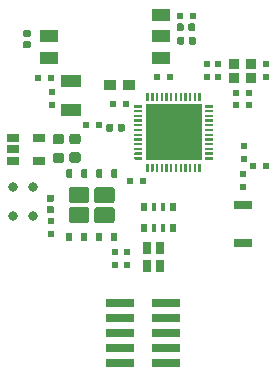
<source format=gbr>
G04 #@! TF.GenerationSoftware,KiCad,Pcbnew,(5.1.5)-3*
G04 #@! TF.CreationDate,2021-08-20T07:44:17+02:00*
G04 #@! TF.ProjectId,nRF52832_qfaa,6e524635-3238-4333-925f-716661612e6b,rev?*
G04 #@! TF.SameCoordinates,Original*
G04 #@! TF.FileFunction,Paste,Top*
G04 #@! TF.FilePolarity,Positive*
%FSLAX46Y46*%
G04 Gerber Fmt 4.6, Leading zero omitted, Abs format (unit mm)*
G04 Created by KiCad (PCBNEW (5.1.5)-3) date 2021-08-20 07:44:17*
%MOMM*%
%LPD*%
G04 APERTURE LIST*
%ADD10C,0.100000*%
%ADD11R,0.600000X0.600000*%
%ADD12R,2.400000X0.740000*%
%ADD13C,0.800000*%
%ADD14R,0.500000X0.800000*%
%ADD15R,0.400000X0.800000*%
%ADD16R,0.800000X1.000000*%
%ADD17R,1.600000X0.700000*%
%ADD18R,1.060000X0.650000*%
%ADD19R,1.500000X1.100000*%
%ADD20R,4.700000X4.700000*%
%ADD21R,0.950000X0.850000*%
%ADD22R,1.050000X0.900000*%
%ADD23R,1.800000X1.000000*%
G04 APERTURE END LIST*
D10*
G36*
X151245958Y-97927910D02*
G01*
X151260276Y-97930034D01*
X151274317Y-97933551D01*
X151287946Y-97938428D01*
X151301031Y-97944617D01*
X151313447Y-97952058D01*
X151325073Y-97960681D01*
X151335798Y-97970402D01*
X151345519Y-97981127D01*
X151354142Y-97992753D01*
X151361583Y-98005169D01*
X151367772Y-98018254D01*
X151372649Y-98031883D01*
X151376166Y-98045924D01*
X151378290Y-98060242D01*
X151379000Y-98074700D01*
X151379000Y-98419700D01*
X151378290Y-98434158D01*
X151376166Y-98448476D01*
X151372649Y-98462517D01*
X151367772Y-98476146D01*
X151361583Y-98489231D01*
X151354142Y-98501647D01*
X151345519Y-98513273D01*
X151335798Y-98523998D01*
X151325073Y-98533719D01*
X151313447Y-98542342D01*
X151301031Y-98549783D01*
X151287946Y-98555972D01*
X151274317Y-98560849D01*
X151260276Y-98564366D01*
X151245958Y-98566490D01*
X151231500Y-98567200D01*
X150936500Y-98567200D01*
X150922042Y-98566490D01*
X150907724Y-98564366D01*
X150893683Y-98560849D01*
X150880054Y-98555972D01*
X150866969Y-98549783D01*
X150854553Y-98542342D01*
X150842927Y-98533719D01*
X150832202Y-98523998D01*
X150822481Y-98513273D01*
X150813858Y-98501647D01*
X150806417Y-98489231D01*
X150800228Y-98476146D01*
X150795351Y-98462517D01*
X150791834Y-98448476D01*
X150789710Y-98434158D01*
X150789000Y-98419700D01*
X150789000Y-98074700D01*
X150789710Y-98060242D01*
X150791834Y-98045924D01*
X150795351Y-98031883D01*
X150800228Y-98018254D01*
X150806417Y-98005169D01*
X150813858Y-97992753D01*
X150822481Y-97981127D01*
X150832202Y-97970402D01*
X150842927Y-97960681D01*
X150854553Y-97952058D01*
X150866969Y-97944617D01*
X150880054Y-97938428D01*
X150893683Y-97933551D01*
X150907724Y-97930034D01*
X150922042Y-97927910D01*
X150936500Y-97927200D01*
X151231500Y-97927200D01*
X151245958Y-97927910D01*
G37*
G36*
X150275958Y-97927910D02*
G01*
X150290276Y-97930034D01*
X150304317Y-97933551D01*
X150317946Y-97938428D01*
X150331031Y-97944617D01*
X150343447Y-97952058D01*
X150355073Y-97960681D01*
X150365798Y-97970402D01*
X150375519Y-97981127D01*
X150384142Y-97992753D01*
X150391583Y-98005169D01*
X150397772Y-98018254D01*
X150402649Y-98031883D01*
X150406166Y-98045924D01*
X150408290Y-98060242D01*
X150409000Y-98074700D01*
X150409000Y-98419700D01*
X150408290Y-98434158D01*
X150406166Y-98448476D01*
X150402649Y-98462517D01*
X150397772Y-98476146D01*
X150391583Y-98489231D01*
X150384142Y-98501647D01*
X150375519Y-98513273D01*
X150365798Y-98523998D01*
X150355073Y-98533719D01*
X150343447Y-98542342D01*
X150331031Y-98549783D01*
X150317946Y-98555972D01*
X150304317Y-98560849D01*
X150290276Y-98564366D01*
X150275958Y-98566490D01*
X150261500Y-98567200D01*
X149966500Y-98567200D01*
X149952042Y-98566490D01*
X149937724Y-98564366D01*
X149923683Y-98560849D01*
X149910054Y-98555972D01*
X149896969Y-98549783D01*
X149884553Y-98542342D01*
X149872927Y-98533719D01*
X149862202Y-98523998D01*
X149852481Y-98513273D01*
X149843858Y-98501647D01*
X149836417Y-98489231D01*
X149830228Y-98476146D01*
X149825351Y-98462517D01*
X149821834Y-98448476D01*
X149819710Y-98434158D01*
X149819000Y-98419700D01*
X149819000Y-98074700D01*
X149819710Y-98060242D01*
X149821834Y-98045924D01*
X149825351Y-98031883D01*
X149830228Y-98018254D01*
X149836417Y-98005169D01*
X149843858Y-97992753D01*
X149852481Y-97981127D01*
X149862202Y-97970402D01*
X149872927Y-97960681D01*
X149884553Y-97952058D01*
X149896969Y-97944617D01*
X149910054Y-97938428D01*
X149923683Y-97933551D01*
X149937724Y-97930034D01*
X149952042Y-97927910D01*
X149966500Y-97927200D01*
X150261500Y-97927200D01*
X150275958Y-97927910D01*
G37*
G36*
X151192758Y-96784910D02*
G01*
X151207076Y-96787034D01*
X151221117Y-96790551D01*
X151234746Y-96795428D01*
X151247831Y-96801617D01*
X151260247Y-96809058D01*
X151271873Y-96817681D01*
X151282598Y-96827402D01*
X151292319Y-96838127D01*
X151300942Y-96849753D01*
X151308383Y-96862169D01*
X151314572Y-96875254D01*
X151319449Y-96888883D01*
X151322966Y-96902924D01*
X151325090Y-96917242D01*
X151325800Y-96931700D01*
X151325800Y-97276700D01*
X151325090Y-97291158D01*
X151322966Y-97305476D01*
X151319449Y-97319517D01*
X151314572Y-97333146D01*
X151308383Y-97346231D01*
X151300942Y-97358647D01*
X151292319Y-97370273D01*
X151282598Y-97380998D01*
X151271873Y-97390719D01*
X151260247Y-97399342D01*
X151247831Y-97406783D01*
X151234746Y-97412972D01*
X151221117Y-97417849D01*
X151207076Y-97421366D01*
X151192758Y-97423490D01*
X151178300Y-97424200D01*
X150883300Y-97424200D01*
X150868842Y-97423490D01*
X150854524Y-97421366D01*
X150840483Y-97417849D01*
X150826854Y-97412972D01*
X150813769Y-97406783D01*
X150801353Y-97399342D01*
X150789727Y-97390719D01*
X150779002Y-97380998D01*
X150769281Y-97370273D01*
X150760658Y-97358647D01*
X150753217Y-97346231D01*
X150747028Y-97333146D01*
X150742151Y-97319517D01*
X150738634Y-97305476D01*
X150736510Y-97291158D01*
X150735800Y-97276700D01*
X150735800Y-96931700D01*
X150736510Y-96917242D01*
X150738634Y-96902924D01*
X150742151Y-96888883D01*
X150747028Y-96875254D01*
X150753217Y-96862169D01*
X150760658Y-96849753D01*
X150769281Y-96838127D01*
X150779002Y-96827402D01*
X150789727Y-96817681D01*
X150801353Y-96809058D01*
X150813769Y-96801617D01*
X150826854Y-96795428D01*
X150840483Y-96790551D01*
X150854524Y-96787034D01*
X150868842Y-96784910D01*
X150883300Y-96784200D01*
X151178300Y-96784200D01*
X151192758Y-96784910D01*
G37*
G36*
X150222758Y-96784910D02*
G01*
X150237076Y-96787034D01*
X150251117Y-96790551D01*
X150264746Y-96795428D01*
X150277831Y-96801617D01*
X150290247Y-96809058D01*
X150301873Y-96817681D01*
X150312598Y-96827402D01*
X150322319Y-96838127D01*
X150330942Y-96849753D01*
X150338383Y-96862169D01*
X150344572Y-96875254D01*
X150349449Y-96888883D01*
X150352966Y-96902924D01*
X150355090Y-96917242D01*
X150355800Y-96931700D01*
X150355800Y-97276700D01*
X150355090Y-97291158D01*
X150352966Y-97305476D01*
X150349449Y-97319517D01*
X150344572Y-97333146D01*
X150338383Y-97346231D01*
X150330942Y-97358647D01*
X150322319Y-97370273D01*
X150312598Y-97380998D01*
X150301873Y-97390719D01*
X150290247Y-97399342D01*
X150277831Y-97406783D01*
X150264746Y-97412972D01*
X150251117Y-97417849D01*
X150237076Y-97421366D01*
X150222758Y-97423490D01*
X150208300Y-97424200D01*
X149913300Y-97424200D01*
X149898842Y-97423490D01*
X149884524Y-97421366D01*
X149870483Y-97417849D01*
X149856854Y-97412972D01*
X149843769Y-97406783D01*
X149831353Y-97399342D01*
X149819727Y-97390719D01*
X149809002Y-97380998D01*
X149799281Y-97370273D01*
X149790658Y-97358647D01*
X149783217Y-97346231D01*
X149777028Y-97333146D01*
X149772151Y-97319517D01*
X149768634Y-97305476D01*
X149766510Y-97291158D01*
X149765800Y-97276700D01*
X149765800Y-96931700D01*
X149766510Y-96917242D01*
X149768634Y-96902924D01*
X149772151Y-96888883D01*
X149777028Y-96875254D01*
X149783217Y-96862169D01*
X149790658Y-96849753D01*
X149799281Y-96838127D01*
X149809002Y-96827402D01*
X149819727Y-96817681D01*
X149831353Y-96809058D01*
X149843769Y-96801617D01*
X149856854Y-96795428D01*
X149870483Y-96790551D01*
X149884524Y-96787034D01*
X149898842Y-96784910D01*
X149913300Y-96784200D01*
X150208300Y-96784200D01*
X150222758Y-96784910D01*
G37*
G36*
X137270758Y-98285510D02*
G01*
X137285076Y-98287634D01*
X137299117Y-98291151D01*
X137312746Y-98296028D01*
X137325831Y-98302217D01*
X137338247Y-98309658D01*
X137349873Y-98318281D01*
X137360598Y-98328002D01*
X137370319Y-98338727D01*
X137378942Y-98350353D01*
X137386383Y-98362769D01*
X137392572Y-98375854D01*
X137397449Y-98389483D01*
X137400966Y-98403524D01*
X137403090Y-98417842D01*
X137403800Y-98432300D01*
X137403800Y-98727300D01*
X137403090Y-98741758D01*
X137400966Y-98756076D01*
X137397449Y-98770117D01*
X137392572Y-98783746D01*
X137386383Y-98796831D01*
X137378942Y-98809247D01*
X137370319Y-98820873D01*
X137360598Y-98831598D01*
X137349873Y-98841319D01*
X137338247Y-98849942D01*
X137325831Y-98857383D01*
X137312746Y-98863572D01*
X137299117Y-98868449D01*
X137285076Y-98871966D01*
X137270758Y-98874090D01*
X137256300Y-98874800D01*
X136911300Y-98874800D01*
X136896842Y-98874090D01*
X136882524Y-98871966D01*
X136868483Y-98868449D01*
X136854854Y-98863572D01*
X136841769Y-98857383D01*
X136829353Y-98849942D01*
X136817727Y-98841319D01*
X136807002Y-98831598D01*
X136797281Y-98820873D01*
X136788658Y-98809247D01*
X136781217Y-98796831D01*
X136775028Y-98783746D01*
X136770151Y-98770117D01*
X136766634Y-98756076D01*
X136764510Y-98741758D01*
X136763800Y-98727300D01*
X136763800Y-98432300D01*
X136764510Y-98417842D01*
X136766634Y-98403524D01*
X136770151Y-98389483D01*
X136775028Y-98375854D01*
X136781217Y-98362769D01*
X136788658Y-98350353D01*
X136797281Y-98338727D01*
X136807002Y-98328002D01*
X136817727Y-98318281D01*
X136829353Y-98309658D01*
X136841769Y-98302217D01*
X136854854Y-98296028D01*
X136868483Y-98291151D01*
X136882524Y-98287634D01*
X136896842Y-98285510D01*
X136911300Y-98284800D01*
X137256300Y-98284800D01*
X137270758Y-98285510D01*
G37*
G36*
X137270758Y-97315510D02*
G01*
X137285076Y-97317634D01*
X137299117Y-97321151D01*
X137312746Y-97326028D01*
X137325831Y-97332217D01*
X137338247Y-97339658D01*
X137349873Y-97348281D01*
X137360598Y-97358002D01*
X137370319Y-97368727D01*
X137378942Y-97380353D01*
X137386383Y-97392769D01*
X137392572Y-97405854D01*
X137397449Y-97419483D01*
X137400966Y-97433524D01*
X137403090Y-97447842D01*
X137403800Y-97462300D01*
X137403800Y-97757300D01*
X137403090Y-97771758D01*
X137400966Y-97786076D01*
X137397449Y-97800117D01*
X137392572Y-97813746D01*
X137386383Y-97826831D01*
X137378942Y-97839247D01*
X137370319Y-97850873D01*
X137360598Y-97861598D01*
X137349873Y-97871319D01*
X137338247Y-97879942D01*
X137325831Y-97887383D01*
X137312746Y-97893572D01*
X137299117Y-97898449D01*
X137285076Y-97901966D01*
X137270758Y-97904090D01*
X137256300Y-97904800D01*
X136911300Y-97904800D01*
X136896842Y-97904090D01*
X136882524Y-97901966D01*
X136868483Y-97898449D01*
X136854854Y-97893572D01*
X136841769Y-97887383D01*
X136829353Y-97879942D01*
X136817727Y-97871319D01*
X136807002Y-97861598D01*
X136797281Y-97850873D01*
X136788658Y-97839247D01*
X136781217Y-97826831D01*
X136775028Y-97813746D01*
X136770151Y-97800117D01*
X136766634Y-97786076D01*
X136764510Y-97771758D01*
X136763800Y-97757300D01*
X136763800Y-97462300D01*
X136764510Y-97447842D01*
X136766634Y-97433524D01*
X136770151Y-97419483D01*
X136775028Y-97405854D01*
X136781217Y-97392769D01*
X136788658Y-97380353D01*
X136797281Y-97368727D01*
X136807002Y-97358002D01*
X136817727Y-97348281D01*
X136829353Y-97339658D01*
X136841769Y-97332217D01*
X136854854Y-97326028D01*
X136868483Y-97321151D01*
X136882524Y-97317634D01*
X136896842Y-97315510D01*
X136911300Y-97314800D01*
X137256300Y-97314800D01*
X137270758Y-97315510D01*
G37*
G36*
X139251958Y-111287910D02*
G01*
X139266276Y-111290034D01*
X139280317Y-111293551D01*
X139293946Y-111298428D01*
X139307031Y-111304617D01*
X139319447Y-111312058D01*
X139331073Y-111320681D01*
X139341798Y-111330402D01*
X139351519Y-111341127D01*
X139360142Y-111352753D01*
X139367583Y-111365169D01*
X139373772Y-111378254D01*
X139378649Y-111391883D01*
X139382166Y-111405924D01*
X139384290Y-111420242D01*
X139385000Y-111434700D01*
X139385000Y-111729700D01*
X139384290Y-111744158D01*
X139382166Y-111758476D01*
X139378649Y-111772517D01*
X139373772Y-111786146D01*
X139367583Y-111799231D01*
X139360142Y-111811647D01*
X139351519Y-111823273D01*
X139341798Y-111833998D01*
X139331073Y-111843719D01*
X139319447Y-111852342D01*
X139307031Y-111859783D01*
X139293946Y-111865972D01*
X139280317Y-111870849D01*
X139266276Y-111874366D01*
X139251958Y-111876490D01*
X139237500Y-111877200D01*
X138892500Y-111877200D01*
X138878042Y-111876490D01*
X138863724Y-111874366D01*
X138849683Y-111870849D01*
X138836054Y-111865972D01*
X138822969Y-111859783D01*
X138810553Y-111852342D01*
X138798927Y-111843719D01*
X138788202Y-111833998D01*
X138778481Y-111823273D01*
X138769858Y-111811647D01*
X138762417Y-111799231D01*
X138756228Y-111786146D01*
X138751351Y-111772517D01*
X138747834Y-111758476D01*
X138745710Y-111744158D01*
X138745000Y-111729700D01*
X138745000Y-111434700D01*
X138745710Y-111420242D01*
X138747834Y-111405924D01*
X138751351Y-111391883D01*
X138756228Y-111378254D01*
X138762417Y-111365169D01*
X138769858Y-111352753D01*
X138778481Y-111341127D01*
X138788202Y-111330402D01*
X138798927Y-111320681D01*
X138810553Y-111312058D01*
X138822969Y-111304617D01*
X138836054Y-111298428D01*
X138849683Y-111293551D01*
X138863724Y-111290034D01*
X138878042Y-111287910D01*
X138892500Y-111287200D01*
X139237500Y-111287200D01*
X139251958Y-111287910D01*
G37*
G36*
X139251958Y-112257910D02*
G01*
X139266276Y-112260034D01*
X139280317Y-112263551D01*
X139293946Y-112268428D01*
X139307031Y-112274617D01*
X139319447Y-112282058D01*
X139331073Y-112290681D01*
X139341798Y-112300402D01*
X139351519Y-112311127D01*
X139360142Y-112322753D01*
X139367583Y-112335169D01*
X139373772Y-112348254D01*
X139378649Y-112361883D01*
X139382166Y-112375924D01*
X139384290Y-112390242D01*
X139385000Y-112404700D01*
X139385000Y-112699700D01*
X139384290Y-112714158D01*
X139382166Y-112728476D01*
X139378649Y-112742517D01*
X139373772Y-112756146D01*
X139367583Y-112769231D01*
X139360142Y-112781647D01*
X139351519Y-112793273D01*
X139341798Y-112803998D01*
X139331073Y-112813719D01*
X139319447Y-112822342D01*
X139307031Y-112829783D01*
X139293946Y-112835972D01*
X139280317Y-112840849D01*
X139266276Y-112844366D01*
X139251958Y-112846490D01*
X139237500Y-112847200D01*
X138892500Y-112847200D01*
X138878042Y-112846490D01*
X138863724Y-112844366D01*
X138849683Y-112840849D01*
X138836054Y-112835972D01*
X138822969Y-112829783D01*
X138810553Y-112822342D01*
X138798927Y-112813719D01*
X138788202Y-112803998D01*
X138778481Y-112793273D01*
X138769858Y-112781647D01*
X138762417Y-112769231D01*
X138756228Y-112756146D01*
X138751351Y-112742517D01*
X138747834Y-112728476D01*
X138745710Y-112714158D01*
X138745000Y-112699700D01*
X138745000Y-112404700D01*
X138745710Y-112390242D01*
X138747834Y-112375924D01*
X138751351Y-112361883D01*
X138756228Y-112348254D01*
X138762417Y-112335169D01*
X138769858Y-112322753D01*
X138778481Y-112311127D01*
X138788202Y-112300402D01*
X138798927Y-112290681D01*
X138810553Y-112282058D01*
X138822969Y-112274617D01*
X138836054Y-112268428D01*
X138849683Y-112263551D01*
X138863724Y-112260034D01*
X138878042Y-112257910D01*
X138892500Y-112257200D01*
X139237500Y-112257200D01*
X139251958Y-112257910D01*
G37*
D11*
X151146600Y-96139000D03*
X150046600Y-96139000D03*
D10*
G36*
X145223758Y-105293910D02*
G01*
X145238076Y-105296034D01*
X145252117Y-105299551D01*
X145265746Y-105304428D01*
X145278831Y-105310617D01*
X145291247Y-105318058D01*
X145302873Y-105326681D01*
X145313598Y-105336402D01*
X145323319Y-105347127D01*
X145331942Y-105358753D01*
X145339383Y-105371169D01*
X145345572Y-105384254D01*
X145350449Y-105397883D01*
X145353966Y-105411924D01*
X145356090Y-105426242D01*
X145356800Y-105440700D01*
X145356800Y-105785700D01*
X145356090Y-105800158D01*
X145353966Y-105814476D01*
X145350449Y-105828517D01*
X145345572Y-105842146D01*
X145339383Y-105855231D01*
X145331942Y-105867647D01*
X145323319Y-105879273D01*
X145313598Y-105889998D01*
X145302873Y-105899719D01*
X145291247Y-105908342D01*
X145278831Y-105915783D01*
X145265746Y-105921972D01*
X145252117Y-105926849D01*
X145238076Y-105930366D01*
X145223758Y-105932490D01*
X145209300Y-105933200D01*
X144914300Y-105933200D01*
X144899842Y-105932490D01*
X144885524Y-105930366D01*
X144871483Y-105926849D01*
X144857854Y-105921972D01*
X144844769Y-105915783D01*
X144832353Y-105908342D01*
X144820727Y-105899719D01*
X144810002Y-105889998D01*
X144800281Y-105879273D01*
X144791658Y-105867647D01*
X144784217Y-105855231D01*
X144778028Y-105842146D01*
X144773151Y-105828517D01*
X144769634Y-105814476D01*
X144767510Y-105800158D01*
X144766800Y-105785700D01*
X144766800Y-105440700D01*
X144767510Y-105426242D01*
X144769634Y-105411924D01*
X144773151Y-105397883D01*
X144778028Y-105384254D01*
X144784217Y-105371169D01*
X144791658Y-105358753D01*
X144800281Y-105347127D01*
X144810002Y-105336402D01*
X144820727Y-105326681D01*
X144832353Y-105318058D01*
X144844769Y-105310617D01*
X144857854Y-105304428D01*
X144871483Y-105299551D01*
X144885524Y-105296034D01*
X144899842Y-105293910D01*
X144914300Y-105293200D01*
X145209300Y-105293200D01*
X145223758Y-105293910D01*
G37*
G36*
X144253758Y-105293910D02*
G01*
X144268076Y-105296034D01*
X144282117Y-105299551D01*
X144295746Y-105304428D01*
X144308831Y-105310617D01*
X144321247Y-105318058D01*
X144332873Y-105326681D01*
X144343598Y-105336402D01*
X144353319Y-105347127D01*
X144361942Y-105358753D01*
X144369383Y-105371169D01*
X144375572Y-105384254D01*
X144380449Y-105397883D01*
X144383966Y-105411924D01*
X144386090Y-105426242D01*
X144386800Y-105440700D01*
X144386800Y-105785700D01*
X144386090Y-105800158D01*
X144383966Y-105814476D01*
X144380449Y-105828517D01*
X144375572Y-105842146D01*
X144369383Y-105855231D01*
X144361942Y-105867647D01*
X144353319Y-105879273D01*
X144343598Y-105889998D01*
X144332873Y-105899719D01*
X144321247Y-105908342D01*
X144308831Y-105915783D01*
X144295746Y-105921972D01*
X144282117Y-105926849D01*
X144268076Y-105930366D01*
X144253758Y-105932490D01*
X144239300Y-105933200D01*
X143944300Y-105933200D01*
X143929842Y-105932490D01*
X143915524Y-105930366D01*
X143901483Y-105926849D01*
X143887854Y-105921972D01*
X143874769Y-105915783D01*
X143862353Y-105908342D01*
X143850727Y-105899719D01*
X143840002Y-105889998D01*
X143830281Y-105879273D01*
X143821658Y-105867647D01*
X143814217Y-105855231D01*
X143808028Y-105842146D01*
X143803151Y-105828517D01*
X143799634Y-105814476D01*
X143797510Y-105800158D01*
X143796800Y-105785700D01*
X143796800Y-105440700D01*
X143797510Y-105426242D01*
X143799634Y-105411924D01*
X143803151Y-105397883D01*
X143808028Y-105384254D01*
X143814217Y-105371169D01*
X143821658Y-105358753D01*
X143830281Y-105347127D01*
X143840002Y-105336402D01*
X143850727Y-105326681D01*
X143862353Y-105318058D01*
X143874769Y-105310617D01*
X143887854Y-105304428D01*
X143901483Y-105299551D01*
X143915524Y-105296034D01*
X143929842Y-105293910D01*
X143944300Y-105293200D01*
X144239300Y-105293200D01*
X144253758Y-105293910D01*
G37*
D12*
X148889000Y-125501400D03*
X144989000Y-125501400D03*
X148889000Y-124231400D03*
X144989000Y-124231400D03*
X148889000Y-122961400D03*
X144989000Y-122961400D03*
X148889000Y-121691400D03*
X144989000Y-121691400D03*
X148889000Y-120421400D03*
X144989000Y-120421400D03*
D11*
X139090400Y-114587200D03*
X139090400Y-113487200D03*
D10*
G36*
X141425491Y-107691453D02*
G01*
X141446726Y-107694603D01*
X141467550Y-107699819D01*
X141487762Y-107707051D01*
X141507168Y-107716230D01*
X141525581Y-107727266D01*
X141542824Y-107740054D01*
X141558730Y-107754470D01*
X141573146Y-107770376D01*
X141585934Y-107787619D01*
X141596970Y-107806032D01*
X141606149Y-107825438D01*
X141613381Y-107845650D01*
X141618597Y-107866474D01*
X141621747Y-107887709D01*
X141622800Y-107909150D01*
X141622800Y-108346650D01*
X141621747Y-108368091D01*
X141618597Y-108389326D01*
X141613381Y-108410150D01*
X141606149Y-108430362D01*
X141596970Y-108449768D01*
X141585934Y-108468181D01*
X141573146Y-108485424D01*
X141558730Y-108501330D01*
X141542824Y-108515746D01*
X141525581Y-108528534D01*
X141507168Y-108539570D01*
X141487762Y-108548749D01*
X141467550Y-108555981D01*
X141446726Y-108561197D01*
X141425491Y-108564347D01*
X141404050Y-108565400D01*
X140891550Y-108565400D01*
X140870109Y-108564347D01*
X140848874Y-108561197D01*
X140828050Y-108555981D01*
X140807838Y-108548749D01*
X140788432Y-108539570D01*
X140770019Y-108528534D01*
X140752776Y-108515746D01*
X140736870Y-108501330D01*
X140722454Y-108485424D01*
X140709666Y-108468181D01*
X140698630Y-108449768D01*
X140689451Y-108430362D01*
X140682219Y-108410150D01*
X140677003Y-108389326D01*
X140673853Y-108368091D01*
X140672800Y-108346650D01*
X140672800Y-107909150D01*
X140673853Y-107887709D01*
X140677003Y-107866474D01*
X140682219Y-107845650D01*
X140689451Y-107825438D01*
X140698630Y-107806032D01*
X140709666Y-107787619D01*
X140722454Y-107770376D01*
X140736870Y-107754470D01*
X140752776Y-107740054D01*
X140770019Y-107727266D01*
X140788432Y-107716230D01*
X140807838Y-107707051D01*
X140828050Y-107699819D01*
X140848874Y-107694603D01*
X140870109Y-107691453D01*
X140891550Y-107690400D01*
X141404050Y-107690400D01*
X141425491Y-107691453D01*
G37*
G36*
X141425491Y-106116453D02*
G01*
X141446726Y-106119603D01*
X141467550Y-106124819D01*
X141487762Y-106132051D01*
X141507168Y-106141230D01*
X141525581Y-106152266D01*
X141542824Y-106165054D01*
X141558730Y-106179470D01*
X141573146Y-106195376D01*
X141585934Y-106212619D01*
X141596970Y-106231032D01*
X141606149Y-106250438D01*
X141613381Y-106270650D01*
X141618597Y-106291474D01*
X141621747Y-106312709D01*
X141622800Y-106334150D01*
X141622800Y-106771650D01*
X141621747Y-106793091D01*
X141618597Y-106814326D01*
X141613381Y-106835150D01*
X141606149Y-106855362D01*
X141596970Y-106874768D01*
X141585934Y-106893181D01*
X141573146Y-106910424D01*
X141558730Y-106926330D01*
X141542824Y-106940746D01*
X141525581Y-106953534D01*
X141507168Y-106964570D01*
X141487762Y-106973749D01*
X141467550Y-106980981D01*
X141446726Y-106986197D01*
X141425491Y-106989347D01*
X141404050Y-106990400D01*
X140891550Y-106990400D01*
X140870109Y-106989347D01*
X140848874Y-106986197D01*
X140828050Y-106980981D01*
X140807838Y-106973749D01*
X140788432Y-106964570D01*
X140770019Y-106953534D01*
X140752776Y-106940746D01*
X140736870Y-106926330D01*
X140722454Y-106910424D01*
X140709666Y-106893181D01*
X140698630Y-106874768D01*
X140689451Y-106855362D01*
X140682219Y-106835150D01*
X140677003Y-106814326D01*
X140673853Y-106793091D01*
X140672800Y-106771650D01*
X140672800Y-106334150D01*
X140673853Y-106312709D01*
X140677003Y-106291474D01*
X140682219Y-106270650D01*
X140689451Y-106250438D01*
X140698630Y-106231032D01*
X140709666Y-106212619D01*
X140722454Y-106195376D01*
X140736870Y-106179470D01*
X140752776Y-106165054D01*
X140770019Y-106152266D01*
X140788432Y-106141230D01*
X140807838Y-106132051D01*
X140828050Y-106124819D01*
X140848874Y-106119603D01*
X140870109Y-106116453D01*
X140891550Y-106115400D01*
X141404050Y-106115400D01*
X141425491Y-106116453D01*
G37*
G36*
X140028491Y-107716853D02*
G01*
X140049726Y-107720003D01*
X140070550Y-107725219D01*
X140090762Y-107732451D01*
X140110168Y-107741630D01*
X140128581Y-107752666D01*
X140145824Y-107765454D01*
X140161730Y-107779870D01*
X140176146Y-107795776D01*
X140188934Y-107813019D01*
X140199970Y-107831432D01*
X140209149Y-107850838D01*
X140216381Y-107871050D01*
X140221597Y-107891874D01*
X140224747Y-107913109D01*
X140225800Y-107934550D01*
X140225800Y-108372050D01*
X140224747Y-108393491D01*
X140221597Y-108414726D01*
X140216381Y-108435550D01*
X140209149Y-108455762D01*
X140199970Y-108475168D01*
X140188934Y-108493581D01*
X140176146Y-108510824D01*
X140161730Y-108526730D01*
X140145824Y-108541146D01*
X140128581Y-108553934D01*
X140110168Y-108564970D01*
X140090762Y-108574149D01*
X140070550Y-108581381D01*
X140049726Y-108586597D01*
X140028491Y-108589747D01*
X140007050Y-108590800D01*
X139494550Y-108590800D01*
X139473109Y-108589747D01*
X139451874Y-108586597D01*
X139431050Y-108581381D01*
X139410838Y-108574149D01*
X139391432Y-108564970D01*
X139373019Y-108553934D01*
X139355776Y-108541146D01*
X139339870Y-108526730D01*
X139325454Y-108510824D01*
X139312666Y-108493581D01*
X139301630Y-108475168D01*
X139292451Y-108455762D01*
X139285219Y-108435550D01*
X139280003Y-108414726D01*
X139276853Y-108393491D01*
X139275800Y-108372050D01*
X139275800Y-107934550D01*
X139276853Y-107913109D01*
X139280003Y-107891874D01*
X139285219Y-107871050D01*
X139292451Y-107850838D01*
X139301630Y-107831432D01*
X139312666Y-107813019D01*
X139325454Y-107795776D01*
X139339870Y-107779870D01*
X139355776Y-107765454D01*
X139373019Y-107752666D01*
X139391432Y-107741630D01*
X139410838Y-107732451D01*
X139431050Y-107725219D01*
X139451874Y-107720003D01*
X139473109Y-107716853D01*
X139494550Y-107715800D01*
X140007050Y-107715800D01*
X140028491Y-107716853D01*
G37*
G36*
X140028491Y-106141853D02*
G01*
X140049726Y-106145003D01*
X140070550Y-106150219D01*
X140090762Y-106157451D01*
X140110168Y-106166630D01*
X140128581Y-106177666D01*
X140145824Y-106190454D01*
X140161730Y-106204870D01*
X140176146Y-106220776D01*
X140188934Y-106238019D01*
X140199970Y-106256432D01*
X140209149Y-106275838D01*
X140216381Y-106296050D01*
X140221597Y-106316874D01*
X140224747Y-106338109D01*
X140225800Y-106359550D01*
X140225800Y-106797050D01*
X140224747Y-106818491D01*
X140221597Y-106839726D01*
X140216381Y-106860550D01*
X140209149Y-106880762D01*
X140199970Y-106900168D01*
X140188934Y-106918581D01*
X140176146Y-106935824D01*
X140161730Y-106951730D01*
X140145824Y-106966146D01*
X140128581Y-106978934D01*
X140110168Y-106989970D01*
X140090762Y-106999149D01*
X140070550Y-107006381D01*
X140049726Y-107011597D01*
X140028491Y-107014747D01*
X140007050Y-107015800D01*
X139494550Y-107015800D01*
X139473109Y-107014747D01*
X139451874Y-107011597D01*
X139431050Y-107006381D01*
X139410838Y-106999149D01*
X139391432Y-106989970D01*
X139373019Y-106978934D01*
X139355776Y-106966146D01*
X139339870Y-106951730D01*
X139325454Y-106935824D01*
X139312666Y-106918581D01*
X139301630Y-106900168D01*
X139292451Y-106880762D01*
X139285219Y-106860550D01*
X139280003Y-106839726D01*
X139276853Y-106818491D01*
X139275800Y-106797050D01*
X139275800Y-106359550D01*
X139276853Y-106338109D01*
X139280003Y-106316874D01*
X139285219Y-106296050D01*
X139292451Y-106275838D01*
X139301630Y-106256432D01*
X139312666Y-106238019D01*
X139325454Y-106220776D01*
X139339870Y-106204870D01*
X139355776Y-106190454D01*
X139373019Y-106177666D01*
X139391432Y-106166630D01*
X139410838Y-106157451D01*
X139431050Y-106150219D01*
X139451874Y-106145003D01*
X139473109Y-106141853D01*
X139494550Y-106140800D01*
X140007050Y-106140800D01*
X140028491Y-106141853D01*
G37*
D11*
X142096400Y-105410000D03*
X143196400Y-105410000D03*
X145516600Y-117237600D03*
X145516600Y-116137600D03*
X144526000Y-117212200D03*
X144526000Y-116112200D03*
X149190800Y-101346000D03*
X148090800Y-101346000D03*
D13*
X135866400Y-113051600D03*
X135866400Y-110591600D03*
X137566400Y-113051600D03*
X137566400Y-110591600D03*
D14*
X147034400Y-114082400D03*
D15*
X147834400Y-114082400D03*
D14*
X149434400Y-114082400D03*
D15*
X148634400Y-114082400D03*
D14*
X147034400Y-112282400D03*
D15*
X148634400Y-112282400D03*
X147834400Y-112282400D03*
D14*
X149434400Y-112282400D03*
D16*
X148327200Y-117310600D03*
X148327200Y-115810600D03*
X147227200Y-115810600D03*
X147227200Y-117310600D03*
D11*
X155422600Y-107196800D03*
X155422600Y-108296800D03*
D17*
X155397200Y-112166400D03*
X155397200Y-115366400D03*
D10*
G36*
X142134704Y-112332604D02*
G01*
X142158973Y-112336204D01*
X142182771Y-112342165D01*
X142205871Y-112350430D01*
X142228049Y-112360920D01*
X142249093Y-112373533D01*
X142268798Y-112388147D01*
X142286977Y-112404623D01*
X142303453Y-112422802D01*
X142318067Y-112442507D01*
X142330680Y-112463551D01*
X142341170Y-112485729D01*
X142349435Y-112508829D01*
X142355396Y-112532627D01*
X142358996Y-112556896D01*
X142360200Y-112581400D01*
X142360200Y-113451400D01*
X142358996Y-113475904D01*
X142355396Y-113500173D01*
X142349435Y-113523971D01*
X142341170Y-113547071D01*
X142330680Y-113569249D01*
X142318067Y-113590293D01*
X142303453Y-113609998D01*
X142286977Y-113628177D01*
X142268798Y-113644653D01*
X142249093Y-113659267D01*
X142228049Y-113671880D01*
X142205871Y-113682370D01*
X142182771Y-113690635D01*
X142158973Y-113696596D01*
X142134704Y-113700196D01*
X142110200Y-113701400D01*
X140880200Y-113701400D01*
X140855696Y-113700196D01*
X140831427Y-113696596D01*
X140807629Y-113690635D01*
X140784529Y-113682370D01*
X140762351Y-113671880D01*
X140741307Y-113659267D01*
X140721602Y-113644653D01*
X140703423Y-113628177D01*
X140686947Y-113609998D01*
X140672333Y-113590293D01*
X140659720Y-113569249D01*
X140649230Y-113547071D01*
X140640965Y-113523971D01*
X140635004Y-113500173D01*
X140631404Y-113475904D01*
X140630200Y-113451400D01*
X140630200Y-112581400D01*
X140631404Y-112556896D01*
X140635004Y-112532627D01*
X140640965Y-112508829D01*
X140649230Y-112485729D01*
X140659720Y-112463551D01*
X140672333Y-112442507D01*
X140686947Y-112422802D01*
X140703423Y-112404623D01*
X140721602Y-112388147D01*
X140741307Y-112373533D01*
X140762351Y-112360920D01*
X140784529Y-112350430D01*
X140807629Y-112342165D01*
X140831427Y-112336204D01*
X140855696Y-112332604D01*
X140880200Y-112331400D01*
X142110200Y-112331400D01*
X142134704Y-112332604D01*
G37*
G36*
X144284704Y-112332604D02*
G01*
X144308973Y-112336204D01*
X144332771Y-112342165D01*
X144355871Y-112350430D01*
X144378049Y-112360920D01*
X144399093Y-112373533D01*
X144418798Y-112388147D01*
X144436977Y-112404623D01*
X144453453Y-112422802D01*
X144468067Y-112442507D01*
X144480680Y-112463551D01*
X144491170Y-112485729D01*
X144499435Y-112508829D01*
X144505396Y-112532627D01*
X144508996Y-112556896D01*
X144510200Y-112581400D01*
X144510200Y-113451400D01*
X144508996Y-113475904D01*
X144505396Y-113500173D01*
X144499435Y-113523971D01*
X144491170Y-113547071D01*
X144480680Y-113569249D01*
X144468067Y-113590293D01*
X144453453Y-113609998D01*
X144436977Y-113628177D01*
X144418798Y-113644653D01*
X144399093Y-113659267D01*
X144378049Y-113671880D01*
X144355871Y-113682370D01*
X144332771Y-113690635D01*
X144308973Y-113696596D01*
X144284704Y-113700196D01*
X144260200Y-113701400D01*
X143030200Y-113701400D01*
X143005696Y-113700196D01*
X142981427Y-113696596D01*
X142957629Y-113690635D01*
X142934529Y-113682370D01*
X142912351Y-113671880D01*
X142891307Y-113659267D01*
X142871602Y-113644653D01*
X142853423Y-113628177D01*
X142836947Y-113609998D01*
X142822333Y-113590293D01*
X142809720Y-113569249D01*
X142799230Y-113547071D01*
X142790965Y-113523971D01*
X142785004Y-113500173D01*
X142781404Y-113475904D01*
X142780200Y-113451400D01*
X142780200Y-112581400D01*
X142781404Y-112556896D01*
X142785004Y-112532627D01*
X142790965Y-112508829D01*
X142799230Y-112485729D01*
X142809720Y-112463551D01*
X142822333Y-112442507D01*
X142836947Y-112422802D01*
X142853423Y-112404623D01*
X142871602Y-112388147D01*
X142891307Y-112373533D01*
X142912351Y-112360920D01*
X142934529Y-112350430D01*
X142957629Y-112342165D01*
X142981427Y-112336204D01*
X143005696Y-112332604D01*
X143030200Y-112331400D01*
X144260200Y-112331400D01*
X144284704Y-112332604D01*
G37*
G36*
X142134704Y-110632604D02*
G01*
X142158973Y-110636204D01*
X142182771Y-110642165D01*
X142205871Y-110650430D01*
X142228049Y-110660920D01*
X142249093Y-110673533D01*
X142268798Y-110688147D01*
X142286977Y-110704623D01*
X142303453Y-110722802D01*
X142318067Y-110742507D01*
X142330680Y-110763551D01*
X142341170Y-110785729D01*
X142349435Y-110808829D01*
X142355396Y-110832627D01*
X142358996Y-110856896D01*
X142360200Y-110881400D01*
X142360200Y-111751400D01*
X142358996Y-111775904D01*
X142355396Y-111800173D01*
X142349435Y-111823971D01*
X142341170Y-111847071D01*
X142330680Y-111869249D01*
X142318067Y-111890293D01*
X142303453Y-111909998D01*
X142286977Y-111928177D01*
X142268798Y-111944653D01*
X142249093Y-111959267D01*
X142228049Y-111971880D01*
X142205871Y-111982370D01*
X142182771Y-111990635D01*
X142158973Y-111996596D01*
X142134704Y-112000196D01*
X142110200Y-112001400D01*
X140880200Y-112001400D01*
X140855696Y-112000196D01*
X140831427Y-111996596D01*
X140807629Y-111990635D01*
X140784529Y-111982370D01*
X140762351Y-111971880D01*
X140741307Y-111959267D01*
X140721602Y-111944653D01*
X140703423Y-111928177D01*
X140686947Y-111909998D01*
X140672333Y-111890293D01*
X140659720Y-111869249D01*
X140649230Y-111847071D01*
X140640965Y-111823971D01*
X140635004Y-111800173D01*
X140631404Y-111775904D01*
X140630200Y-111751400D01*
X140630200Y-110881400D01*
X140631404Y-110856896D01*
X140635004Y-110832627D01*
X140640965Y-110808829D01*
X140649230Y-110785729D01*
X140659720Y-110763551D01*
X140672333Y-110742507D01*
X140686947Y-110722802D01*
X140703423Y-110704623D01*
X140721602Y-110688147D01*
X140741307Y-110673533D01*
X140762351Y-110660920D01*
X140784529Y-110650430D01*
X140807629Y-110642165D01*
X140831427Y-110636204D01*
X140855696Y-110632604D01*
X140880200Y-110631400D01*
X142110200Y-110631400D01*
X142134704Y-110632604D01*
G37*
G36*
X144284704Y-110632604D02*
G01*
X144308973Y-110636204D01*
X144332771Y-110642165D01*
X144355871Y-110650430D01*
X144378049Y-110660920D01*
X144399093Y-110673533D01*
X144418798Y-110688147D01*
X144436977Y-110704623D01*
X144453453Y-110722802D01*
X144468067Y-110742507D01*
X144480680Y-110763551D01*
X144491170Y-110785729D01*
X144499435Y-110808829D01*
X144505396Y-110832627D01*
X144508996Y-110856896D01*
X144510200Y-110881400D01*
X144510200Y-111751400D01*
X144508996Y-111775904D01*
X144505396Y-111800173D01*
X144499435Y-111823971D01*
X144491170Y-111847071D01*
X144480680Y-111869249D01*
X144468067Y-111890293D01*
X144453453Y-111909998D01*
X144436977Y-111928177D01*
X144418798Y-111944653D01*
X144399093Y-111959267D01*
X144378049Y-111971880D01*
X144355871Y-111982370D01*
X144332771Y-111990635D01*
X144308973Y-111996596D01*
X144284704Y-112000196D01*
X144260200Y-112001400D01*
X143030200Y-112001400D01*
X143005696Y-112000196D01*
X142981427Y-111996596D01*
X142957629Y-111990635D01*
X142934529Y-111982370D01*
X142912351Y-111971880D01*
X142891307Y-111959267D01*
X142871602Y-111944653D01*
X142853423Y-111928177D01*
X142836947Y-111909998D01*
X142822333Y-111890293D01*
X142809720Y-111869249D01*
X142799230Y-111847071D01*
X142790965Y-111823971D01*
X142785004Y-111800173D01*
X142781404Y-111775904D01*
X142780200Y-111751400D01*
X142780200Y-110881400D01*
X142781404Y-110856896D01*
X142785004Y-110832627D01*
X142790965Y-110808829D01*
X142799230Y-110785729D01*
X142809720Y-110763551D01*
X142822333Y-110742507D01*
X142836947Y-110722802D01*
X142853423Y-110704623D01*
X142871602Y-110688147D01*
X142891307Y-110673533D01*
X142912351Y-110660920D01*
X142934529Y-110650430D01*
X142957629Y-110642165D01*
X142981427Y-110636204D01*
X143005696Y-110632604D01*
X143030200Y-110631400D01*
X144260200Y-110631400D01*
X144284704Y-110632604D01*
G37*
G36*
X144612452Y-114492002D02*
G01*
X144624586Y-114493802D01*
X144636486Y-114496782D01*
X144648035Y-114500915D01*
X144659125Y-114506160D01*
X144669646Y-114512466D01*
X144679499Y-114519774D01*
X144688588Y-114528012D01*
X144696826Y-114537101D01*
X144704134Y-114546954D01*
X144710440Y-114557475D01*
X144715685Y-114568565D01*
X144719818Y-114580114D01*
X144722798Y-114592014D01*
X144724598Y-114604148D01*
X144725200Y-114616400D01*
X144725200Y-115116400D01*
X144724598Y-115128652D01*
X144722798Y-115140786D01*
X144719818Y-115152686D01*
X144715685Y-115164235D01*
X144710440Y-115175325D01*
X144704134Y-115185846D01*
X144696826Y-115195699D01*
X144688588Y-115204788D01*
X144679499Y-115213026D01*
X144669646Y-115220334D01*
X144659125Y-115226640D01*
X144648035Y-115231885D01*
X144636486Y-115236018D01*
X144624586Y-115238998D01*
X144612452Y-115240798D01*
X144600200Y-115241400D01*
X144350200Y-115241400D01*
X144337948Y-115240798D01*
X144325814Y-115238998D01*
X144313914Y-115236018D01*
X144302365Y-115231885D01*
X144291275Y-115226640D01*
X144280754Y-115220334D01*
X144270901Y-115213026D01*
X144261812Y-115204788D01*
X144253574Y-115195699D01*
X144246266Y-115185846D01*
X144239960Y-115175325D01*
X144234715Y-115164235D01*
X144230582Y-115152686D01*
X144227602Y-115140786D01*
X144225802Y-115128652D01*
X144225200Y-115116400D01*
X144225200Y-114616400D01*
X144225802Y-114604148D01*
X144227602Y-114592014D01*
X144230582Y-114580114D01*
X144234715Y-114568565D01*
X144239960Y-114557475D01*
X144246266Y-114546954D01*
X144253574Y-114537101D01*
X144261812Y-114528012D01*
X144270901Y-114519774D01*
X144280754Y-114512466D01*
X144291275Y-114506160D01*
X144302365Y-114500915D01*
X144313914Y-114496782D01*
X144325814Y-114493802D01*
X144337948Y-114492002D01*
X144350200Y-114491400D01*
X144600200Y-114491400D01*
X144612452Y-114492002D01*
G37*
G36*
X143342452Y-114492002D02*
G01*
X143354586Y-114493802D01*
X143366486Y-114496782D01*
X143378035Y-114500915D01*
X143389125Y-114506160D01*
X143399646Y-114512466D01*
X143409499Y-114519774D01*
X143418588Y-114528012D01*
X143426826Y-114537101D01*
X143434134Y-114546954D01*
X143440440Y-114557475D01*
X143445685Y-114568565D01*
X143449818Y-114580114D01*
X143452798Y-114592014D01*
X143454598Y-114604148D01*
X143455200Y-114616400D01*
X143455200Y-115116400D01*
X143454598Y-115128652D01*
X143452798Y-115140786D01*
X143449818Y-115152686D01*
X143445685Y-115164235D01*
X143440440Y-115175325D01*
X143434134Y-115185846D01*
X143426826Y-115195699D01*
X143418588Y-115204788D01*
X143409499Y-115213026D01*
X143399646Y-115220334D01*
X143389125Y-115226640D01*
X143378035Y-115231885D01*
X143366486Y-115236018D01*
X143354586Y-115238998D01*
X143342452Y-115240798D01*
X143330200Y-115241400D01*
X143080200Y-115241400D01*
X143067948Y-115240798D01*
X143055814Y-115238998D01*
X143043914Y-115236018D01*
X143032365Y-115231885D01*
X143021275Y-115226640D01*
X143010754Y-115220334D01*
X143000901Y-115213026D01*
X142991812Y-115204788D01*
X142983574Y-115195699D01*
X142976266Y-115185846D01*
X142969960Y-115175325D01*
X142964715Y-115164235D01*
X142960582Y-115152686D01*
X142957602Y-115140786D01*
X142955802Y-115128652D01*
X142955200Y-115116400D01*
X142955200Y-114616400D01*
X142955802Y-114604148D01*
X142957602Y-114592014D01*
X142960582Y-114580114D01*
X142964715Y-114568565D01*
X142969960Y-114557475D01*
X142976266Y-114546954D01*
X142983574Y-114537101D01*
X142991812Y-114528012D01*
X143000901Y-114519774D01*
X143010754Y-114512466D01*
X143021275Y-114506160D01*
X143032365Y-114500915D01*
X143043914Y-114496782D01*
X143055814Y-114493802D01*
X143067948Y-114492002D01*
X143080200Y-114491400D01*
X143330200Y-114491400D01*
X143342452Y-114492002D01*
G37*
G36*
X142072452Y-114492002D02*
G01*
X142084586Y-114493802D01*
X142096486Y-114496782D01*
X142108035Y-114500915D01*
X142119125Y-114506160D01*
X142129646Y-114512466D01*
X142139499Y-114519774D01*
X142148588Y-114528012D01*
X142156826Y-114537101D01*
X142164134Y-114546954D01*
X142170440Y-114557475D01*
X142175685Y-114568565D01*
X142179818Y-114580114D01*
X142182798Y-114592014D01*
X142184598Y-114604148D01*
X142185200Y-114616400D01*
X142185200Y-115116400D01*
X142184598Y-115128652D01*
X142182798Y-115140786D01*
X142179818Y-115152686D01*
X142175685Y-115164235D01*
X142170440Y-115175325D01*
X142164134Y-115185846D01*
X142156826Y-115195699D01*
X142148588Y-115204788D01*
X142139499Y-115213026D01*
X142129646Y-115220334D01*
X142119125Y-115226640D01*
X142108035Y-115231885D01*
X142096486Y-115236018D01*
X142084586Y-115238998D01*
X142072452Y-115240798D01*
X142060200Y-115241400D01*
X141810200Y-115241400D01*
X141797948Y-115240798D01*
X141785814Y-115238998D01*
X141773914Y-115236018D01*
X141762365Y-115231885D01*
X141751275Y-115226640D01*
X141740754Y-115220334D01*
X141730901Y-115213026D01*
X141721812Y-115204788D01*
X141713574Y-115195699D01*
X141706266Y-115185846D01*
X141699960Y-115175325D01*
X141694715Y-115164235D01*
X141690582Y-115152686D01*
X141687602Y-115140786D01*
X141685802Y-115128652D01*
X141685200Y-115116400D01*
X141685200Y-114616400D01*
X141685802Y-114604148D01*
X141687602Y-114592014D01*
X141690582Y-114580114D01*
X141694715Y-114568565D01*
X141699960Y-114557475D01*
X141706266Y-114546954D01*
X141713574Y-114537101D01*
X141721812Y-114528012D01*
X141730901Y-114519774D01*
X141740754Y-114512466D01*
X141751275Y-114506160D01*
X141762365Y-114500915D01*
X141773914Y-114496782D01*
X141785814Y-114493802D01*
X141797948Y-114492002D01*
X141810200Y-114491400D01*
X142060200Y-114491400D01*
X142072452Y-114492002D01*
G37*
G36*
X140802452Y-114492002D02*
G01*
X140814586Y-114493802D01*
X140826486Y-114496782D01*
X140838035Y-114500915D01*
X140849125Y-114506160D01*
X140859646Y-114512466D01*
X140869499Y-114519774D01*
X140878588Y-114528012D01*
X140886826Y-114537101D01*
X140894134Y-114546954D01*
X140900440Y-114557475D01*
X140905685Y-114568565D01*
X140909818Y-114580114D01*
X140912798Y-114592014D01*
X140914598Y-114604148D01*
X140915200Y-114616400D01*
X140915200Y-115116400D01*
X140914598Y-115128652D01*
X140912798Y-115140786D01*
X140909818Y-115152686D01*
X140905685Y-115164235D01*
X140900440Y-115175325D01*
X140894134Y-115185846D01*
X140886826Y-115195699D01*
X140878588Y-115204788D01*
X140869499Y-115213026D01*
X140859646Y-115220334D01*
X140849125Y-115226640D01*
X140838035Y-115231885D01*
X140826486Y-115236018D01*
X140814586Y-115238998D01*
X140802452Y-115240798D01*
X140790200Y-115241400D01*
X140540200Y-115241400D01*
X140527948Y-115240798D01*
X140515814Y-115238998D01*
X140503914Y-115236018D01*
X140492365Y-115231885D01*
X140481275Y-115226640D01*
X140470754Y-115220334D01*
X140460901Y-115213026D01*
X140451812Y-115204788D01*
X140443574Y-115195699D01*
X140436266Y-115185846D01*
X140429960Y-115175325D01*
X140424715Y-115164235D01*
X140420582Y-115152686D01*
X140417602Y-115140786D01*
X140415802Y-115128652D01*
X140415200Y-115116400D01*
X140415200Y-114616400D01*
X140415802Y-114604148D01*
X140417602Y-114592014D01*
X140420582Y-114580114D01*
X140424715Y-114568565D01*
X140429960Y-114557475D01*
X140436266Y-114546954D01*
X140443574Y-114537101D01*
X140451812Y-114528012D01*
X140460901Y-114519774D01*
X140470754Y-114512466D01*
X140481275Y-114506160D01*
X140492365Y-114500915D01*
X140503914Y-114496782D01*
X140515814Y-114493802D01*
X140527948Y-114492002D01*
X140540200Y-114491400D01*
X140790200Y-114491400D01*
X140802452Y-114492002D01*
G37*
G36*
X140802452Y-109092002D02*
G01*
X140814586Y-109093802D01*
X140826486Y-109096782D01*
X140838035Y-109100915D01*
X140849125Y-109106160D01*
X140859646Y-109112466D01*
X140869499Y-109119774D01*
X140878588Y-109128012D01*
X140886826Y-109137101D01*
X140894134Y-109146954D01*
X140900440Y-109157475D01*
X140905685Y-109168565D01*
X140909818Y-109180114D01*
X140912798Y-109192014D01*
X140914598Y-109204148D01*
X140915200Y-109216400D01*
X140915200Y-109716400D01*
X140914598Y-109728652D01*
X140912798Y-109740786D01*
X140909818Y-109752686D01*
X140905685Y-109764235D01*
X140900440Y-109775325D01*
X140894134Y-109785846D01*
X140886826Y-109795699D01*
X140878588Y-109804788D01*
X140869499Y-109813026D01*
X140859646Y-109820334D01*
X140849125Y-109826640D01*
X140838035Y-109831885D01*
X140826486Y-109836018D01*
X140814586Y-109838998D01*
X140802452Y-109840798D01*
X140790200Y-109841400D01*
X140540200Y-109841400D01*
X140527948Y-109840798D01*
X140515814Y-109838998D01*
X140503914Y-109836018D01*
X140492365Y-109831885D01*
X140481275Y-109826640D01*
X140470754Y-109820334D01*
X140460901Y-109813026D01*
X140451812Y-109804788D01*
X140443574Y-109795699D01*
X140436266Y-109785846D01*
X140429960Y-109775325D01*
X140424715Y-109764235D01*
X140420582Y-109752686D01*
X140417602Y-109740786D01*
X140415802Y-109728652D01*
X140415200Y-109716400D01*
X140415200Y-109216400D01*
X140415802Y-109204148D01*
X140417602Y-109192014D01*
X140420582Y-109180114D01*
X140424715Y-109168565D01*
X140429960Y-109157475D01*
X140436266Y-109146954D01*
X140443574Y-109137101D01*
X140451812Y-109128012D01*
X140460901Y-109119774D01*
X140470754Y-109112466D01*
X140481275Y-109106160D01*
X140492365Y-109100915D01*
X140503914Y-109096782D01*
X140515814Y-109093802D01*
X140527948Y-109092002D01*
X140540200Y-109091400D01*
X140790200Y-109091400D01*
X140802452Y-109092002D01*
G37*
G36*
X142072452Y-109092002D02*
G01*
X142084586Y-109093802D01*
X142096486Y-109096782D01*
X142108035Y-109100915D01*
X142119125Y-109106160D01*
X142129646Y-109112466D01*
X142139499Y-109119774D01*
X142148588Y-109128012D01*
X142156826Y-109137101D01*
X142164134Y-109146954D01*
X142170440Y-109157475D01*
X142175685Y-109168565D01*
X142179818Y-109180114D01*
X142182798Y-109192014D01*
X142184598Y-109204148D01*
X142185200Y-109216400D01*
X142185200Y-109716400D01*
X142184598Y-109728652D01*
X142182798Y-109740786D01*
X142179818Y-109752686D01*
X142175685Y-109764235D01*
X142170440Y-109775325D01*
X142164134Y-109785846D01*
X142156826Y-109795699D01*
X142148588Y-109804788D01*
X142139499Y-109813026D01*
X142129646Y-109820334D01*
X142119125Y-109826640D01*
X142108035Y-109831885D01*
X142096486Y-109836018D01*
X142084586Y-109838998D01*
X142072452Y-109840798D01*
X142060200Y-109841400D01*
X141810200Y-109841400D01*
X141797948Y-109840798D01*
X141785814Y-109838998D01*
X141773914Y-109836018D01*
X141762365Y-109831885D01*
X141751275Y-109826640D01*
X141740754Y-109820334D01*
X141730901Y-109813026D01*
X141721812Y-109804788D01*
X141713574Y-109795699D01*
X141706266Y-109785846D01*
X141699960Y-109775325D01*
X141694715Y-109764235D01*
X141690582Y-109752686D01*
X141687602Y-109740786D01*
X141685802Y-109728652D01*
X141685200Y-109716400D01*
X141685200Y-109216400D01*
X141685802Y-109204148D01*
X141687602Y-109192014D01*
X141690582Y-109180114D01*
X141694715Y-109168565D01*
X141699960Y-109157475D01*
X141706266Y-109146954D01*
X141713574Y-109137101D01*
X141721812Y-109128012D01*
X141730901Y-109119774D01*
X141740754Y-109112466D01*
X141751275Y-109106160D01*
X141762365Y-109100915D01*
X141773914Y-109096782D01*
X141785814Y-109093802D01*
X141797948Y-109092002D01*
X141810200Y-109091400D01*
X142060200Y-109091400D01*
X142072452Y-109092002D01*
G37*
G36*
X143342452Y-109092002D02*
G01*
X143354586Y-109093802D01*
X143366486Y-109096782D01*
X143378035Y-109100915D01*
X143389125Y-109106160D01*
X143399646Y-109112466D01*
X143409499Y-109119774D01*
X143418588Y-109128012D01*
X143426826Y-109137101D01*
X143434134Y-109146954D01*
X143440440Y-109157475D01*
X143445685Y-109168565D01*
X143449818Y-109180114D01*
X143452798Y-109192014D01*
X143454598Y-109204148D01*
X143455200Y-109216400D01*
X143455200Y-109716400D01*
X143454598Y-109728652D01*
X143452798Y-109740786D01*
X143449818Y-109752686D01*
X143445685Y-109764235D01*
X143440440Y-109775325D01*
X143434134Y-109785846D01*
X143426826Y-109795699D01*
X143418588Y-109804788D01*
X143409499Y-109813026D01*
X143399646Y-109820334D01*
X143389125Y-109826640D01*
X143378035Y-109831885D01*
X143366486Y-109836018D01*
X143354586Y-109838998D01*
X143342452Y-109840798D01*
X143330200Y-109841400D01*
X143080200Y-109841400D01*
X143067948Y-109840798D01*
X143055814Y-109838998D01*
X143043914Y-109836018D01*
X143032365Y-109831885D01*
X143021275Y-109826640D01*
X143010754Y-109820334D01*
X143000901Y-109813026D01*
X142991812Y-109804788D01*
X142983574Y-109795699D01*
X142976266Y-109785846D01*
X142969960Y-109775325D01*
X142964715Y-109764235D01*
X142960582Y-109752686D01*
X142957602Y-109740786D01*
X142955802Y-109728652D01*
X142955200Y-109716400D01*
X142955200Y-109216400D01*
X142955802Y-109204148D01*
X142957602Y-109192014D01*
X142960582Y-109180114D01*
X142964715Y-109168565D01*
X142969960Y-109157475D01*
X142976266Y-109146954D01*
X142983574Y-109137101D01*
X142991812Y-109128012D01*
X143000901Y-109119774D01*
X143010754Y-109112466D01*
X143021275Y-109106160D01*
X143032365Y-109100915D01*
X143043914Y-109096782D01*
X143055814Y-109093802D01*
X143067948Y-109092002D01*
X143080200Y-109091400D01*
X143330200Y-109091400D01*
X143342452Y-109092002D01*
G37*
G36*
X144612452Y-109092002D02*
G01*
X144624586Y-109093802D01*
X144636486Y-109096782D01*
X144648035Y-109100915D01*
X144659125Y-109106160D01*
X144669646Y-109112466D01*
X144679499Y-109119774D01*
X144688588Y-109128012D01*
X144696826Y-109137101D01*
X144704134Y-109146954D01*
X144710440Y-109157475D01*
X144715685Y-109168565D01*
X144719818Y-109180114D01*
X144722798Y-109192014D01*
X144724598Y-109204148D01*
X144725200Y-109216400D01*
X144725200Y-109716400D01*
X144724598Y-109728652D01*
X144722798Y-109740786D01*
X144719818Y-109752686D01*
X144715685Y-109764235D01*
X144710440Y-109775325D01*
X144704134Y-109785846D01*
X144696826Y-109795699D01*
X144688588Y-109804788D01*
X144679499Y-109813026D01*
X144669646Y-109820334D01*
X144659125Y-109826640D01*
X144648035Y-109831885D01*
X144636486Y-109836018D01*
X144624586Y-109838998D01*
X144612452Y-109840798D01*
X144600200Y-109841400D01*
X144350200Y-109841400D01*
X144337948Y-109840798D01*
X144325814Y-109838998D01*
X144313914Y-109836018D01*
X144302365Y-109831885D01*
X144291275Y-109826640D01*
X144280754Y-109820334D01*
X144270901Y-109813026D01*
X144261812Y-109804788D01*
X144253574Y-109795699D01*
X144246266Y-109785846D01*
X144239960Y-109775325D01*
X144234715Y-109764235D01*
X144230582Y-109752686D01*
X144227602Y-109740786D01*
X144225802Y-109728652D01*
X144225200Y-109716400D01*
X144225200Y-109216400D01*
X144225802Y-109204148D01*
X144227602Y-109192014D01*
X144230582Y-109180114D01*
X144234715Y-109168565D01*
X144239960Y-109157475D01*
X144246266Y-109146954D01*
X144253574Y-109137101D01*
X144261812Y-109128012D01*
X144270901Y-109119774D01*
X144280754Y-109112466D01*
X144291275Y-109106160D01*
X144302365Y-109100915D01*
X144313914Y-109096782D01*
X144325814Y-109093802D01*
X144337948Y-109092002D01*
X144350200Y-109091400D01*
X144600200Y-109091400D01*
X144612452Y-109092002D01*
G37*
D18*
X138090000Y-106492000D03*
X138090000Y-108392000D03*
X135890000Y-108392000D03*
X135890000Y-107442000D03*
X135890000Y-106492000D03*
D19*
X138912600Y-97869600D03*
X138912600Y-99669600D03*
X148412600Y-99669600D03*
X148412600Y-97869600D03*
X148412600Y-96069600D03*
D20*
X149501100Y-106003600D03*
D10*
G36*
X147374041Y-102678744D02*
G01*
X147376953Y-102679176D01*
X147379809Y-102679892D01*
X147382581Y-102680884D01*
X147385242Y-102682142D01*
X147387767Y-102683656D01*
X147390132Y-102685410D01*
X147392313Y-102687387D01*
X147394290Y-102689568D01*
X147396044Y-102691933D01*
X147397558Y-102694458D01*
X147398816Y-102697119D01*
X147399808Y-102699891D01*
X147400524Y-102702747D01*
X147400956Y-102705659D01*
X147401100Y-102708600D01*
X147401100Y-103298600D01*
X147400956Y-103301541D01*
X147400524Y-103304453D01*
X147399808Y-103307309D01*
X147398816Y-103310081D01*
X147397558Y-103312742D01*
X147396044Y-103315267D01*
X147394290Y-103317632D01*
X147392313Y-103319813D01*
X147390132Y-103321790D01*
X147387767Y-103323544D01*
X147385242Y-103325058D01*
X147382581Y-103326316D01*
X147379809Y-103327308D01*
X147376953Y-103328024D01*
X147374041Y-103328456D01*
X147371100Y-103328600D01*
X147231100Y-103328600D01*
X147228159Y-103328456D01*
X147225247Y-103328024D01*
X147222391Y-103327308D01*
X147219619Y-103326316D01*
X147216958Y-103325058D01*
X147214433Y-103323544D01*
X147212068Y-103321790D01*
X147209887Y-103319813D01*
X147207910Y-103317632D01*
X147206156Y-103315267D01*
X147204642Y-103312742D01*
X147203384Y-103310081D01*
X147202392Y-103307309D01*
X147201676Y-103304453D01*
X147201244Y-103301541D01*
X147201100Y-103298600D01*
X147201100Y-102708600D01*
X147201244Y-102705659D01*
X147201676Y-102702747D01*
X147202392Y-102699891D01*
X147203384Y-102697119D01*
X147204642Y-102694458D01*
X147206156Y-102691933D01*
X147207910Y-102689568D01*
X147209887Y-102687387D01*
X147212068Y-102685410D01*
X147214433Y-102683656D01*
X147216958Y-102682142D01*
X147219619Y-102680884D01*
X147222391Y-102679892D01*
X147225247Y-102679176D01*
X147228159Y-102678744D01*
X147231100Y-102678600D01*
X147371100Y-102678600D01*
X147374041Y-102678744D01*
G37*
G36*
X147774041Y-102678744D02*
G01*
X147776953Y-102679176D01*
X147779809Y-102679892D01*
X147782581Y-102680884D01*
X147785242Y-102682142D01*
X147787767Y-102683656D01*
X147790132Y-102685410D01*
X147792313Y-102687387D01*
X147794290Y-102689568D01*
X147796044Y-102691933D01*
X147797558Y-102694458D01*
X147798816Y-102697119D01*
X147799808Y-102699891D01*
X147800524Y-102702747D01*
X147800956Y-102705659D01*
X147801100Y-102708600D01*
X147801100Y-103298600D01*
X147800956Y-103301541D01*
X147800524Y-103304453D01*
X147799808Y-103307309D01*
X147798816Y-103310081D01*
X147797558Y-103312742D01*
X147796044Y-103315267D01*
X147794290Y-103317632D01*
X147792313Y-103319813D01*
X147790132Y-103321790D01*
X147787767Y-103323544D01*
X147785242Y-103325058D01*
X147782581Y-103326316D01*
X147779809Y-103327308D01*
X147776953Y-103328024D01*
X147774041Y-103328456D01*
X147771100Y-103328600D01*
X147631100Y-103328600D01*
X147628159Y-103328456D01*
X147625247Y-103328024D01*
X147622391Y-103327308D01*
X147619619Y-103326316D01*
X147616958Y-103325058D01*
X147614433Y-103323544D01*
X147612068Y-103321790D01*
X147609887Y-103319813D01*
X147607910Y-103317632D01*
X147606156Y-103315267D01*
X147604642Y-103312742D01*
X147603384Y-103310081D01*
X147602392Y-103307309D01*
X147601676Y-103304453D01*
X147601244Y-103301541D01*
X147601100Y-103298600D01*
X147601100Y-102708600D01*
X147601244Y-102705659D01*
X147601676Y-102702747D01*
X147602392Y-102699891D01*
X147603384Y-102697119D01*
X147604642Y-102694458D01*
X147606156Y-102691933D01*
X147607910Y-102689568D01*
X147609887Y-102687387D01*
X147612068Y-102685410D01*
X147614433Y-102683656D01*
X147616958Y-102682142D01*
X147619619Y-102680884D01*
X147622391Y-102679892D01*
X147625247Y-102679176D01*
X147628159Y-102678744D01*
X147631100Y-102678600D01*
X147771100Y-102678600D01*
X147774041Y-102678744D01*
G37*
G36*
X148174041Y-102678744D02*
G01*
X148176953Y-102679176D01*
X148179809Y-102679892D01*
X148182581Y-102680884D01*
X148185242Y-102682142D01*
X148187767Y-102683656D01*
X148190132Y-102685410D01*
X148192313Y-102687387D01*
X148194290Y-102689568D01*
X148196044Y-102691933D01*
X148197558Y-102694458D01*
X148198816Y-102697119D01*
X148199808Y-102699891D01*
X148200524Y-102702747D01*
X148200956Y-102705659D01*
X148201100Y-102708600D01*
X148201100Y-103298600D01*
X148200956Y-103301541D01*
X148200524Y-103304453D01*
X148199808Y-103307309D01*
X148198816Y-103310081D01*
X148197558Y-103312742D01*
X148196044Y-103315267D01*
X148194290Y-103317632D01*
X148192313Y-103319813D01*
X148190132Y-103321790D01*
X148187767Y-103323544D01*
X148185242Y-103325058D01*
X148182581Y-103326316D01*
X148179809Y-103327308D01*
X148176953Y-103328024D01*
X148174041Y-103328456D01*
X148171100Y-103328600D01*
X148031100Y-103328600D01*
X148028159Y-103328456D01*
X148025247Y-103328024D01*
X148022391Y-103327308D01*
X148019619Y-103326316D01*
X148016958Y-103325058D01*
X148014433Y-103323544D01*
X148012068Y-103321790D01*
X148009887Y-103319813D01*
X148007910Y-103317632D01*
X148006156Y-103315267D01*
X148004642Y-103312742D01*
X148003384Y-103310081D01*
X148002392Y-103307309D01*
X148001676Y-103304453D01*
X148001244Y-103301541D01*
X148001100Y-103298600D01*
X148001100Y-102708600D01*
X148001244Y-102705659D01*
X148001676Y-102702747D01*
X148002392Y-102699891D01*
X148003384Y-102697119D01*
X148004642Y-102694458D01*
X148006156Y-102691933D01*
X148007910Y-102689568D01*
X148009887Y-102687387D01*
X148012068Y-102685410D01*
X148014433Y-102683656D01*
X148016958Y-102682142D01*
X148019619Y-102680884D01*
X148022391Y-102679892D01*
X148025247Y-102679176D01*
X148028159Y-102678744D01*
X148031100Y-102678600D01*
X148171100Y-102678600D01*
X148174041Y-102678744D01*
G37*
G36*
X148574041Y-102678744D02*
G01*
X148576953Y-102679176D01*
X148579809Y-102679892D01*
X148582581Y-102680884D01*
X148585242Y-102682142D01*
X148587767Y-102683656D01*
X148590132Y-102685410D01*
X148592313Y-102687387D01*
X148594290Y-102689568D01*
X148596044Y-102691933D01*
X148597558Y-102694458D01*
X148598816Y-102697119D01*
X148599808Y-102699891D01*
X148600524Y-102702747D01*
X148600956Y-102705659D01*
X148601100Y-102708600D01*
X148601100Y-103298600D01*
X148600956Y-103301541D01*
X148600524Y-103304453D01*
X148599808Y-103307309D01*
X148598816Y-103310081D01*
X148597558Y-103312742D01*
X148596044Y-103315267D01*
X148594290Y-103317632D01*
X148592313Y-103319813D01*
X148590132Y-103321790D01*
X148587767Y-103323544D01*
X148585242Y-103325058D01*
X148582581Y-103326316D01*
X148579809Y-103327308D01*
X148576953Y-103328024D01*
X148574041Y-103328456D01*
X148571100Y-103328600D01*
X148431100Y-103328600D01*
X148428159Y-103328456D01*
X148425247Y-103328024D01*
X148422391Y-103327308D01*
X148419619Y-103326316D01*
X148416958Y-103325058D01*
X148414433Y-103323544D01*
X148412068Y-103321790D01*
X148409887Y-103319813D01*
X148407910Y-103317632D01*
X148406156Y-103315267D01*
X148404642Y-103312742D01*
X148403384Y-103310081D01*
X148402392Y-103307309D01*
X148401676Y-103304453D01*
X148401244Y-103301541D01*
X148401100Y-103298600D01*
X148401100Y-102708600D01*
X148401244Y-102705659D01*
X148401676Y-102702747D01*
X148402392Y-102699891D01*
X148403384Y-102697119D01*
X148404642Y-102694458D01*
X148406156Y-102691933D01*
X148407910Y-102689568D01*
X148409887Y-102687387D01*
X148412068Y-102685410D01*
X148414433Y-102683656D01*
X148416958Y-102682142D01*
X148419619Y-102680884D01*
X148422391Y-102679892D01*
X148425247Y-102679176D01*
X148428159Y-102678744D01*
X148431100Y-102678600D01*
X148571100Y-102678600D01*
X148574041Y-102678744D01*
G37*
G36*
X148974041Y-102678744D02*
G01*
X148976953Y-102679176D01*
X148979809Y-102679892D01*
X148982581Y-102680884D01*
X148985242Y-102682142D01*
X148987767Y-102683656D01*
X148990132Y-102685410D01*
X148992313Y-102687387D01*
X148994290Y-102689568D01*
X148996044Y-102691933D01*
X148997558Y-102694458D01*
X148998816Y-102697119D01*
X148999808Y-102699891D01*
X149000524Y-102702747D01*
X149000956Y-102705659D01*
X149001100Y-102708600D01*
X149001100Y-103298600D01*
X149000956Y-103301541D01*
X149000524Y-103304453D01*
X148999808Y-103307309D01*
X148998816Y-103310081D01*
X148997558Y-103312742D01*
X148996044Y-103315267D01*
X148994290Y-103317632D01*
X148992313Y-103319813D01*
X148990132Y-103321790D01*
X148987767Y-103323544D01*
X148985242Y-103325058D01*
X148982581Y-103326316D01*
X148979809Y-103327308D01*
X148976953Y-103328024D01*
X148974041Y-103328456D01*
X148971100Y-103328600D01*
X148831100Y-103328600D01*
X148828159Y-103328456D01*
X148825247Y-103328024D01*
X148822391Y-103327308D01*
X148819619Y-103326316D01*
X148816958Y-103325058D01*
X148814433Y-103323544D01*
X148812068Y-103321790D01*
X148809887Y-103319813D01*
X148807910Y-103317632D01*
X148806156Y-103315267D01*
X148804642Y-103312742D01*
X148803384Y-103310081D01*
X148802392Y-103307309D01*
X148801676Y-103304453D01*
X148801244Y-103301541D01*
X148801100Y-103298600D01*
X148801100Y-102708600D01*
X148801244Y-102705659D01*
X148801676Y-102702747D01*
X148802392Y-102699891D01*
X148803384Y-102697119D01*
X148804642Y-102694458D01*
X148806156Y-102691933D01*
X148807910Y-102689568D01*
X148809887Y-102687387D01*
X148812068Y-102685410D01*
X148814433Y-102683656D01*
X148816958Y-102682142D01*
X148819619Y-102680884D01*
X148822391Y-102679892D01*
X148825247Y-102679176D01*
X148828159Y-102678744D01*
X148831100Y-102678600D01*
X148971100Y-102678600D01*
X148974041Y-102678744D01*
G37*
G36*
X149374041Y-102678744D02*
G01*
X149376953Y-102679176D01*
X149379809Y-102679892D01*
X149382581Y-102680884D01*
X149385242Y-102682142D01*
X149387767Y-102683656D01*
X149390132Y-102685410D01*
X149392313Y-102687387D01*
X149394290Y-102689568D01*
X149396044Y-102691933D01*
X149397558Y-102694458D01*
X149398816Y-102697119D01*
X149399808Y-102699891D01*
X149400524Y-102702747D01*
X149400956Y-102705659D01*
X149401100Y-102708600D01*
X149401100Y-103298600D01*
X149400956Y-103301541D01*
X149400524Y-103304453D01*
X149399808Y-103307309D01*
X149398816Y-103310081D01*
X149397558Y-103312742D01*
X149396044Y-103315267D01*
X149394290Y-103317632D01*
X149392313Y-103319813D01*
X149390132Y-103321790D01*
X149387767Y-103323544D01*
X149385242Y-103325058D01*
X149382581Y-103326316D01*
X149379809Y-103327308D01*
X149376953Y-103328024D01*
X149374041Y-103328456D01*
X149371100Y-103328600D01*
X149231100Y-103328600D01*
X149228159Y-103328456D01*
X149225247Y-103328024D01*
X149222391Y-103327308D01*
X149219619Y-103326316D01*
X149216958Y-103325058D01*
X149214433Y-103323544D01*
X149212068Y-103321790D01*
X149209887Y-103319813D01*
X149207910Y-103317632D01*
X149206156Y-103315267D01*
X149204642Y-103312742D01*
X149203384Y-103310081D01*
X149202392Y-103307309D01*
X149201676Y-103304453D01*
X149201244Y-103301541D01*
X149201100Y-103298600D01*
X149201100Y-102708600D01*
X149201244Y-102705659D01*
X149201676Y-102702747D01*
X149202392Y-102699891D01*
X149203384Y-102697119D01*
X149204642Y-102694458D01*
X149206156Y-102691933D01*
X149207910Y-102689568D01*
X149209887Y-102687387D01*
X149212068Y-102685410D01*
X149214433Y-102683656D01*
X149216958Y-102682142D01*
X149219619Y-102680884D01*
X149222391Y-102679892D01*
X149225247Y-102679176D01*
X149228159Y-102678744D01*
X149231100Y-102678600D01*
X149371100Y-102678600D01*
X149374041Y-102678744D01*
G37*
G36*
X149774041Y-102678744D02*
G01*
X149776953Y-102679176D01*
X149779809Y-102679892D01*
X149782581Y-102680884D01*
X149785242Y-102682142D01*
X149787767Y-102683656D01*
X149790132Y-102685410D01*
X149792313Y-102687387D01*
X149794290Y-102689568D01*
X149796044Y-102691933D01*
X149797558Y-102694458D01*
X149798816Y-102697119D01*
X149799808Y-102699891D01*
X149800524Y-102702747D01*
X149800956Y-102705659D01*
X149801100Y-102708600D01*
X149801100Y-103298600D01*
X149800956Y-103301541D01*
X149800524Y-103304453D01*
X149799808Y-103307309D01*
X149798816Y-103310081D01*
X149797558Y-103312742D01*
X149796044Y-103315267D01*
X149794290Y-103317632D01*
X149792313Y-103319813D01*
X149790132Y-103321790D01*
X149787767Y-103323544D01*
X149785242Y-103325058D01*
X149782581Y-103326316D01*
X149779809Y-103327308D01*
X149776953Y-103328024D01*
X149774041Y-103328456D01*
X149771100Y-103328600D01*
X149631100Y-103328600D01*
X149628159Y-103328456D01*
X149625247Y-103328024D01*
X149622391Y-103327308D01*
X149619619Y-103326316D01*
X149616958Y-103325058D01*
X149614433Y-103323544D01*
X149612068Y-103321790D01*
X149609887Y-103319813D01*
X149607910Y-103317632D01*
X149606156Y-103315267D01*
X149604642Y-103312742D01*
X149603384Y-103310081D01*
X149602392Y-103307309D01*
X149601676Y-103304453D01*
X149601244Y-103301541D01*
X149601100Y-103298600D01*
X149601100Y-102708600D01*
X149601244Y-102705659D01*
X149601676Y-102702747D01*
X149602392Y-102699891D01*
X149603384Y-102697119D01*
X149604642Y-102694458D01*
X149606156Y-102691933D01*
X149607910Y-102689568D01*
X149609887Y-102687387D01*
X149612068Y-102685410D01*
X149614433Y-102683656D01*
X149616958Y-102682142D01*
X149619619Y-102680884D01*
X149622391Y-102679892D01*
X149625247Y-102679176D01*
X149628159Y-102678744D01*
X149631100Y-102678600D01*
X149771100Y-102678600D01*
X149774041Y-102678744D01*
G37*
G36*
X150174041Y-102678744D02*
G01*
X150176953Y-102679176D01*
X150179809Y-102679892D01*
X150182581Y-102680884D01*
X150185242Y-102682142D01*
X150187767Y-102683656D01*
X150190132Y-102685410D01*
X150192313Y-102687387D01*
X150194290Y-102689568D01*
X150196044Y-102691933D01*
X150197558Y-102694458D01*
X150198816Y-102697119D01*
X150199808Y-102699891D01*
X150200524Y-102702747D01*
X150200956Y-102705659D01*
X150201100Y-102708600D01*
X150201100Y-103298600D01*
X150200956Y-103301541D01*
X150200524Y-103304453D01*
X150199808Y-103307309D01*
X150198816Y-103310081D01*
X150197558Y-103312742D01*
X150196044Y-103315267D01*
X150194290Y-103317632D01*
X150192313Y-103319813D01*
X150190132Y-103321790D01*
X150187767Y-103323544D01*
X150185242Y-103325058D01*
X150182581Y-103326316D01*
X150179809Y-103327308D01*
X150176953Y-103328024D01*
X150174041Y-103328456D01*
X150171100Y-103328600D01*
X150031100Y-103328600D01*
X150028159Y-103328456D01*
X150025247Y-103328024D01*
X150022391Y-103327308D01*
X150019619Y-103326316D01*
X150016958Y-103325058D01*
X150014433Y-103323544D01*
X150012068Y-103321790D01*
X150009887Y-103319813D01*
X150007910Y-103317632D01*
X150006156Y-103315267D01*
X150004642Y-103312742D01*
X150003384Y-103310081D01*
X150002392Y-103307309D01*
X150001676Y-103304453D01*
X150001244Y-103301541D01*
X150001100Y-103298600D01*
X150001100Y-102708600D01*
X150001244Y-102705659D01*
X150001676Y-102702747D01*
X150002392Y-102699891D01*
X150003384Y-102697119D01*
X150004642Y-102694458D01*
X150006156Y-102691933D01*
X150007910Y-102689568D01*
X150009887Y-102687387D01*
X150012068Y-102685410D01*
X150014433Y-102683656D01*
X150016958Y-102682142D01*
X150019619Y-102680884D01*
X150022391Y-102679892D01*
X150025247Y-102679176D01*
X150028159Y-102678744D01*
X150031100Y-102678600D01*
X150171100Y-102678600D01*
X150174041Y-102678744D01*
G37*
G36*
X150574041Y-102678744D02*
G01*
X150576953Y-102679176D01*
X150579809Y-102679892D01*
X150582581Y-102680884D01*
X150585242Y-102682142D01*
X150587767Y-102683656D01*
X150590132Y-102685410D01*
X150592313Y-102687387D01*
X150594290Y-102689568D01*
X150596044Y-102691933D01*
X150597558Y-102694458D01*
X150598816Y-102697119D01*
X150599808Y-102699891D01*
X150600524Y-102702747D01*
X150600956Y-102705659D01*
X150601100Y-102708600D01*
X150601100Y-103298600D01*
X150600956Y-103301541D01*
X150600524Y-103304453D01*
X150599808Y-103307309D01*
X150598816Y-103310081D01*
X150597558Y-103312742D01*
X150596044Y-103315267D01*
X150594290Y-103317632D01*
X150592313Y-103319813D01*
X150590132Y-103321790D01*
X150587767Y-103323544D01*
X150585242Y-103325058D01*
X150582581Y-103326316D01*
X150579809Y-103327308D01*
X150576953Y-103328024D01*
X150574041Y-103328456D01*
X150571100Y-103328600D01*
X150431100Y-103328600D01*
X150428159Y-103328456D01*
X150425247Y-103328024D01*
X150422391Y-103327308D01*
X150419619Y-103326316D01*
X150416958Y-103325058D01*
X150414433Y-103323544D01*
X150412068Y-103321790D01*
X150409887Y-103319813D01*
X150407910Y-103317632D01*
X150406156Y-103315267D01*
X150404642Y-103312742D01*
X150403384Y-103310081D01*
X150402392Y-103307309D01*
X150401676Y-103304453D01*
X150401244Y-103301541D01*
X150401100Y-103298600D01*
X150401100Y-102708600D01*
X150401244Y-102705659D01*
X150401676Y-102702747D01*
X150402392Y-102699891D01*
X150403384Y-102697119D01*
X150404642Y-102694458D01*
X150406156Y-102691933D01*
X150407910Y-102689568D01*
X150409887Y-102687387D01*
X150412068Y-102685410D01*
X150414433Y-102683656D01*
X150416958Y-102682142D01*
X150419619Y-102680884D01*
X150422391Y-102679892D01*
X150425247Y-102679176D01*
X150428159Y-102678744D01*
X150431100Y-102678600D01*
X150571100Y-102678600D01*
X150574041Y-102678744D01*
G37*
G36*
X150974041Y-102678744D02*
G01*
X150976953Y-102679176D01*
X150979809Y-102679892D01*
X150982581Y-102680884D01*
X150985242Y-102682142D01*
X150987767Y-102683656D01*
X150990132Y-102685410D01*
X150992313Y-102687387D01*
X150994290Y-102689568D01*
X150996044Y-102691933D01*
X150997558Y-102694458D01*
X150998816Y-102697119D01*
X150999808Y-102699891D01*
X151000524Y-102702747D01*
X151000956Y-102705659D01*
X151001100Y-102708600D01*
X151001100Y-103298600D01*
X151000956Y-103301541D01*
X151000524Y-103304453D01*
X150999808Y-103307309D01*
X150998816Y-103310081D01*
X150997558Y-103312742D01*
X150996044Y-103315267D01*
X150994290Y-103317632D01*
X150992313Y-103319813D01*
X150990132Y-103321790D01*
X150987767Y-103323544D01*
X150985242Y-103325058D01*
X150982581Y-103326316D01*
X150979809Y-103327308D01*
X150976953Y-103328024D01*
X150974041Y-103328456D01*
X150971100Y-103328600D01*
X150831100Y-103328600D01*
X150828159Y-103328456D01*
X150825247Y-103328024D01*
X150822391Y-103327308D01*
X150819619Y-103326316D01*
X150816958Y-103325058D01*
X150814433Y-103323544D01*
X150812068Y-103321790D01*
X150809887Y-103319813D01*
X150807910Y-103317632D01*
X150806156Y-103315267D01*
X150804642Y-103312742D01*
X150803384Y-103310081D01*
X150802392Y-103307309D01*
X150801676Y-103304453D01*
X150801244Y-103301541D01*
X150801100Y-103298600D01*
X150801100Y-102708600D01*
X150801244Y-102705659D01*
X150801676Y-102702747D01*
X150802392Y-102699891D01*
X150803384Y-102697119D01*
X150804642Y-102694458D01*
X150806156Y-102691933D01*
X150807910Y-102689568D01*
X150809887Y-102687387D01*
X150812068Y-102685410D01*
X150814433Y-102683656D01*
X150816958Y-102682142D01*
X150819619Y-102680884D01*
X150822391Y-102679892D01*
X150825247Y-102679176D01*
X150828159Y-102678744D01*
X150831100Y-102678600D01*
X150971100Y-102678600D01*
X150974041Y-102678744D01*
G37*
G36*
X151374041Y-102678744D02*
G01*
X151376953Y-102679176D01*
X151379809Y-102679892D01*
X151382581Y-102680884D01*
X151385242Y-102682142D01*
X151387767Y-102683656D01*
X151390132Y-102685410D01*
X151392313Y-102687387D01*
X151394290Y-102689568D01*
X151396044Y-102691933D01*
X151397558Y-102694458D01*
X151398816Y-102697119D01*
X151399808Y-102699891D01*
X151400524Y-102702747D01*
X151400956Y-102705659D01*
X151401100Y-102708600D01*
X151401100Y-103298600D01*
X151400956Y-103301541D01*
X151400524Y-103304453D01*
X151399808Y-103307309D01*
X151398816Y-103310081D01*
X151397558Y-103312742D01*
X151396044Y-103315267D01*
X151394290Y-103317632D01*
X151392313Y-103319813D01*
X151390132Y-103321790D01*
X151387767Y-103323544D01*
X151385242Y-103325058D01*
X151382581Y-103326316D01*
X151379809Y-103327308D01*
X151376953Y-103328024D01*
X151374041Y-103328456D01*
X151371100Y-103328600D01*
X151231100Y-103328600D01*
X151228159Y-103328456D01*
X151225247Y-103328024D01*
X151222391Y-103327308D01*
X151219619Y-103326316D01*
X151216958Y-103325058D01*
X151214433Y-103323544D01*
X151212068Y-103321790D01*
X151209887Y-103319813D01*
X151207910Y-103317632D01*
X151206156Y-103315267D01*
X151204642Y-103312742D01*
X151203384Y-103310081D01*
X151202392Y-103307309D01*
X151201676Y-103304453D01*
X151201244Y-103301541D01*
X151201100Y-103298600D01*
X151201100Y-102708600D01*
X151201244Y-102705659D01*
X151201676Y-102702747D01*
X151202392Y-102699891D01*
X151203384Y-102697119D01*
X151204642Y-102694458D01*
X151206156Y-102691933D01*
X151207910Y-102689568D01*
X151209887Y-102687387D01*
X151212068Y-102685410D01*
X151214433Y-102683656D01*
X151216958Y-102682142D01*
X151219619Y-102680884D01*
X151222391Y-102679892D01*
X151225247Y-102679176D01*
X151228159Y-102678744D01*
X151231100Y-102678600D01*
X151371100Y-102678600D01*
X151374041Y-102678744D01*
G37*
G36*
X151774041Y-102678744D02*
G01*
X151776953Y-102679176D01*
X151779809Y-102679892D01*
X151782581Y-102680884D01*
X151785242Y-102682142D01*
X151787767Y-102683656D01*
X151790132Y-102685410D01*
X151792313Y-102687387D01*
X151794290Y-102689568D01*
X151796044Y-102691933D01*
X151797558Y-102694458D01*
X151798816Y-102697119D01*
X151799808Y-102699891D01*
X151800524Y-102702747D01*
X151800956Y-102705659D01*
X151801100Y-102708600D01*
X151801100Y-103298600D01*
X151800956Y-103301541D01*
X151800524Y-103304453D01*
X151799808Y-103307309D01*
X151798816Y-103310081D01*
X151797558Y-103312742D01*
X151796044Y-103315267D01*
X151794290Y-103317632D01*
X151792313Y-103319813D01*
X151790132Y-103321790D01*
X151787767Y-103323544D01*
X151785242Y-103325058D01*
X151782581Y-103326316D01*
X151779809Y-103327308D01*
X151776953Y-103328024D01*
X151774041Y-103328456D01*
X151771100Y-103328600D01*
X151631100Y-103328600D01*
X151628159Y-103328456D01*
X151625247Y-103328024D01*
X151622391Y-103327308D01*
X151619619Y-103326316D01*
X151616958Y-103325058D01*
X151614433Y-103323544D01*
X151612068Y-103321790D01*
X151609887Y-103319813D01*
X151607910Y-103317632D01*
X151606156Y-103315267D01*
X151604642Y-103312742D01*
X151603384Y-103310081D01*
X151602392Y-103307309D01*
X151601676Y-103304453D01*
X151601244Y-103301541D01*
X151601100Y-103298600D01*
X151601100Y-102708600D01*
X151601244Y-102705659D01*
X151601676Y-102702747D01*
X151602392Y-102699891D01*
X151603384Y-102697119D01*
X151604642Y-102694458D01*
X151606156Y-102691933D01*
X151607910Y-102689568D01*
X151609887Y-102687387D01*
X151612068Y-102685410D01*
X151614433Y-102683656D01*
X151616958Y-102682142D01*
X151619619Y-102680884D01*
X151622391Y-102679892D01*
X151625247Y-102679176D01*
X151628159Y-102678744D01*
X151631100Y-102678600D01*
X151771100Y-102678600D01*
X151774041Y-102678744D01*
G37*
G36*
X152799041Y-103703744D02*
G01*
X152801953Y-103704176D01*
X152804809Y-103704892D01*
X152807581Y-103705884D01*
X152810242Y-103707142D01*
X152812767Y-103708656D01*
X152815132Y-103710410D01*
X152817313Y-103712387D01*
X152819290Y-103714568D01*
X152821044Y-103716933D01*
X152822558Y-103719458D01*
X152823816Y-103722119D01*
X152824808Y-103724891D01*
X152825524Y-103727747D01*
X152825956Y-103730659D01*
X152826100Y-103733600D01*
X152826100Y-103873600D01*
X152825956Y-103876541D01*
X152825524Y-103879453D01*
X152824808Y-103882309D01*
X152823816Y-103885081D01*
X152822558Y-103887742D01*
X152821044Y-103890267D01*
X152819290Y-103892632D01*
X152817313Y-103894813D01*
X152815132Y-103896790D01*
X152812767Y-103898544D01*
X152810242Y-103900058D01*
X152807581Y-103901316D01*
X152804809Y-103902308D01*
X152801953Y-103903024D01*
X152799041Y-103903456D01*
X152796100Y-103903600D01*
X152206100Y-103903600D01*
X152203159Y-103903456D01*
X152200247Y-103903024D01*
X152197391Y-103902308D01*
X152194619Y-103901316D01*
X152191958Y-103900058D01*
X152189433Y-103898544D01*
X152187068Y-103896790D01*
X152184887Y-103894813D01*
X152182910Y-103892632D01*
X152181156Y-103890267D01*
X152179642Y-103887742D01*
X152178384Y-103885081D01*
X152177392Y-103882309D01*
X152176676Y-103879453D01*
X152176244Y-103876541D01*
X152176100Y-103873600D01*
X152176100Y-103733600D01*
X152176244Y-103730659D01*
X152176676Y-103727747D01*
X152177392Y-103724891D01*
X152178384Y-103722119D01*
X152179642Y-103719458D01*
X152181156Y-103716933D01*
X152182910Y-103714568D01*
X152184887Y-103712387D01*
X152187068Y-103710410D01*
X152189433Y-103708656D01*
X152191958Y-103707142D01*
X152194619Y-103705884D01*
X152197391Y-103704892D01*
X152200247Y-103704176D01*
X152203159Y-103703744D01*
X152206100Y-103703600D01*
X152796100Y-103703600D01*
X152799041Y-103703744D01*
G37*
G36*
X152799041Y-104103744D02*
G01*
X152801953Y-104104176D01*
X152804809Y-104104892D01*
X152807581Y-104105884D01*
X152810242Y-104107142D01*
X152812767Y-104108656D01*
X152815132Y-104110410D01*
X152817313Y-104112387D01*
X152819290Y-104114568D01*
X152821044Y-104116933D01*
X152822558Y-104119458D01*
X152823816Y-104122119D01*
X152824808Y-104124891D01*
X152825524Y-104127747D01*
X152825956Y-104130659D01*
X152826100Y-104133600D01*
X152826100Y-104273600D01*
X152825956Y-104276541D01*
X152825524Y-104279453D01*
X152824808Y-104282309D01*
X152823816Y-104285081D01*
X152822558Y-104287742D01*
X152821044Y-104290267D01*
X152819290Y-104292632D01*
X152817313Y-104294813D01*
X152815132Y-104296790D01*
X152812767Y-104298544D01*
X152810242Y-104300058D01*
X152807581Y-104301316D01*
X152804809Y-104302308D01*
X152801953Y-104303024D01*
X152799041Y-104303456D01*
X152796100Y-104303600D01*
X152206100Y-104303600D01*
X152203159Y-104303456D01*
X152200247Y-104303024D01*
X152197391Y-104302308D01*
X152194619Y-104301316D01*
X152191958Y-104300058D01*
X152189433Y-104298544D01*
X152187068Y-104296790D01*
X152184887Y-104294813D01*
X152182910Y-104292632D01*
X152181156Y-104290267D01*
X152179642Y-104287742D01*
X152178384Y-104285081D01*
X152177392Y-104282309D01*
X152176676Y-104279453D01*
X152176244Y-104276541D01*
X152176100Y-104273600D01*
X152176100Y-104133600D01*
X152176244Y-104130659D01*
X152176676Y-104127747D01*
X152177392Y-104124891D01*
X152178384Y-104122119D01*
X152179642Y-104119458D01*
X152181156Y-104116933D01*
X152182910Y-104114568D01*
X152184887Y-104112387D01*
X152187068Y-104110410D01*
X152189433Y-104108656D01*
X152191958Y-104107142D01*
X152194619Y-104105884D01*
X152197391Y-104104892D01*
X152200247Y-104104176D01*
X152203159Y-104103744D01*
X152206100Y-104103600D01*
X152796100Y-104103600D01*
X152799041Y-104103744D01*
G37*
G36*
X152799041Y-104503744D02*
G01*
X152801953Y-104504176D01*
X152804809Y-104504892D01*
X152807581Y-104505884D01*
X152810242Y-104507142D01*
X152812767Y-104508656D01*
X152815132Y-104510410D01*
X152817313Y-104512387D01*
X152819290Y-104514568D01*
X152821044Y-104516933D01*
X152822558Y-104519458D01*
X152823816Y-104522119D01*
X152824808Y-104524891D01*
X152825524Y-104527747D01*
X152825956Y-104530659D01*
X152826100Y-104533600D01*
X152826100Y-104673600D01*
X152825956Y-104676541D01*
X152825524Y-104679453D01*
X152824808Y-104682309D01*
X152823816Y-104685081D01*
X152822558Y-104687742D01*
X152821044Y-104690267D01*
X152819290Y-104692632D01*
X152817313Y-104694813D01*
X152815132Y-104696790D01*
X152812767Y-104698544D01*
X152810242Y-104700058D01*
X152807581Y-104701316D01*
X152804809Y-104702308D01*
X152801953Y-104703024D01*
X152799041Y-104703456D01*
X152796100Y-104703600D01*
X152206100Y-104703600D01*
X152203159Y-104703456D01*
X152200247Y-104703024D01*
X152197391Y-104702308D01*
X152194619Y-104701316D01*
X152191958Y-104700058D01*
X152189433Y-104698544D01*
X152187068Y-104696790D01*
X152184887Y-104694813D01*
X152182910Y-104692632D01*
X152181156Y-104690267D01*
X152179642Y-104687742D01*
X152178384Y-104685081D01*
X152177392Y-104682309D01*
X152176676Y-104679453D01*
X152176244Y-104676541D01*
X152176100Y-104673600D01*
X152176100Y-104533600D01*
X152176244Y-104530659D01*
X152176676Y-104527747D01*
X152177392Y-104524891D01*
X152178384Y-104522119D01*
X152179642Y-104519458D01*
X152181156Y-104516933D01*
X152182910Y-104514568D01*
X152184887Y-104512387D01*
X152187068Y-104510410D01*
X152189433Y-104508656D01*
X152191958Y-104507142D01*
X152194619Y-104505884D01*
X152197391Y-104504892D01*
X152200247Y-104504176D01*
X152203159Y-104503744D01*
X152206100Y-104503600D01*
X152796100Y-104503600D01*
X152799041Y-104503744D01*
G37*
G36*
X152799041Y-104903744D02*
G01*
X152801953Y-104904176D01*
X152804809Y-104904892D01*
X152807581Y-104905884D01*
X152810242Y-104907142D01*
X152812767Y-104908656D01*
X152815132Y-104910410D01*
X152817313Y-104912387D01*
X152819290Y-104914568D01*
X152821044Y-104916933D01*
X152822558Y-104919458D01*
X152823816Y-104922119D01*
X152824808Y-104924891D01*
X152825524Y-104927747D01*
X152825956Y-104930659D01*
X152826100Y-104933600D01*
X152826100Y-105073600D01*
X152825956Y-105076541D01*
X152825524Y-105079453D01*
X152824808Y-105082309D01*
X152823816Y-105085081D01*
X152822558Y-105087742D01*
X152821044Y-105090267D01*
X152819290Y-105092632D01*
X152817313Y-105094813D01*
X152815132Y-105096790D01*
X152812767Y-105098544D01*
X152810242Y-105100058D01*
X152807581Y-105101316D01*
X152804809Y-105102308D01*
X152801953Y-105103024D01*
X152799041Y-105103456D01*
X152796100Y-105103600D01*
X152206100Y-105103600D01*
X152203159Y-105103456D01*
X152200247Y-105103024D01*
X152197391Y-105102308D01*
X152194619Y-105101316D01*
X152191958Y-105100058D01*
X152189433Y-105098544D01*
X152187068Y-105096790D01*
X152184887Y-105094813D01*
X152182910Y-105092632D01*
X152181156Y-105090267D01*
X152179642Y-105087742D01*
X152178384Y-105085081D01*
X152177392Y-105082309D01*
X152176676Y-105079453D01*
X152176244Y-105076541D01*
X152176100Y-105073600D01*
X152176100Y-104933600D01*
X152176244Y-104930659D01*
X152176676Y-104927747D01*
X152177392Y-104924891D01*
X152178384Y-104922119D01*
X152179642Y-104919458D01*
X152181156Y-104916933D01*
X152182910Y-104914568D01*
X152184887Y-104912387D01*
X152187068Y-104910410D01*
X152189433Y-104908656D01*
X152191958Y-104907142D01*
X152194619Y-104905884D01*
X152197391Y-104904892D01*
X152200247Y-104904176D01*
X152203159Y-104903744D01*
X152206100Y-104903600D01*
X152796100Y-104903600D01*
X152799041Y-104903744D01*
G37*
G36*
X152799041Y-105303744D02*
G01*
X152801953Y-105304176D01*
X152804809Y-105304892D01*
X152807581Y-105305884D01*
X152810242Y-105307142D01*
X152812767Y-105308656D01*
X152815132Y-105310410D01*
X152817313Y-105312387D01*
X152819290Y-105314568D01*
X152821044Y-105316933D01*
X152822558Y-105319458D01*
X152823816Y-105322119D01*
X152824808Y-105324891D01*
X152825524Y-105327747D01*
X152825956Y-105330659D01*
X152826100Y-105333600D01*
X152826100Y-105473600D01*
X152825956Y-105476541D01*
X152825524Y-105479453D01*
X152824808Y-105482309D01*
X152823816Y-105485081D01*
X152822558Y-105487742D01*
X152821044Y-105490267D01*
X152819290Y-105492632D01*
X152817313Y-105494813D01*
X152815132Y-105496790D01*
X152812767Y-105498544D01*
X152810242Y-105500058D01*
X152807581Y-105501316D01*
X152804809Y-105502308D01*
X152801953Y-105503024D01*
X152799041Y-105503456D01*
X152796100Y-105503600D01*
X152206100Y-105503600D01*
X152203159Y-105503456D01*
X152200247Y-105503024D01*
X152197391Y-105502308D01*
X152194619Y-105501316D01*
X152191958Y-105500058D01*
X152189433Y-105498544D01*
X152187068Y-105496790D01*
X152184887Y-105494813D01*
X152182910Y-105492632D01*
X152181156Y-105490267D01*
X152179642Y-105487742D01*
X152178384Y-105485081D01*
X152177392Y-105482309D01*
X152176676Y-105479453D01*
X152176244Y-105476541D01*
X152176100Y-105473600D01*
X152176100Y-105333600D01*
X152176244Y-105330659D01*
X152176676Y-105327747D01*
X152177392Y-105324891D01*
X152178384Y-105322119D01*
X152179642Y-105319458D01*
X152181156Y-105316933D01*
X152182910Y-105314568D01*
X152184887Y-105312387D01*
X152187068Y-105310410D01*
X152189433Y-105308656D01*
X152191958Y-105307142D01*
X152194619Y-105305884D01*
X152197391Y-105304892D01*
X152200247Y-105304176D01*
X152203159Y-105303744D01*
X152206100Y-105303600D01*
X152796100Y-105303600D01*
X152799041Y-105303744D01*
G37*
G36*
X152799041Y-105703744D02*
G01*
X152801953Y-105704176D01*
X152804809Y-105704892D01*
X152807581Y-105705884D01*
X152810242Y-105707142D01*
X152812767Y-105708656D01*
X152815132Y-105710410D01*
X152817313Y-105712387D01*
X152819290Y-105714568D01*
X152821044Y-105716933D01*
X152822558Y-105719458D01*
X152823816Y-105722119D01*
X152824808Y-105724891D01*
X152825524Y-105727747D01*
X152825956Y-105730659D01*
X152826100Y-105733600D01*
X152826100Y-105873600D01*
X152825956Y-105876541D01*
X152825524Y-105879453D01*
X152824808Y-105882309D01*
X152823816Y-105885081D01*
X152822558Y-105887742D01*
X152821044Y-105890267D01*
X152819290Y-105892632D01*
X152817313Y-105894813D01*
X152815132Y-105896790D01*
X152812767Y-105898544D01*
X152810242Y-105900058D01*
X152807581Y-105901316D01*
X152804809Y-105902308D01*
X152801953Y-105903024D01*
X152799041Y-105903456D01*
X152796100Y-105903600D01*
X152206100Y-105903600D01*
X152203159Y-105903456D01*
X152200247Y-105903024D01*
X152197391Y-105902308D01*
X152194619Y-105901316D01*
X152191958Y-105900058D01*
X152189433Y-105898544D01*
X152187068Y-105896790D01*
X152184887Y-105894813D01*
X152182910Y-105892632D01*
X152181156Y-105890267D01*
X152179642Y-105887742D01*
X152178384Y-105885081D01*
X152177392Y-105882309D01*
X152176676Y-105879453D01*
X152176244Y-105876541D01*
X152176100Y-105873600D01*
X152176100Y-105733600D01*
X152176244Y-105730659D01*
X152176676Y-105727747D01*
X152177392Y-105724891D01*
X152178384Y-105722119D01*
X152179642Y-105719458D01*
X152181156Y-105716933D01*
X152182910Y-105714568D01*
X152184887Y-105712387D01*
X152187068Y-105710410D01*
X152189433Y-105708656D01*
X152191958Y-105707142D01*
X152194619Y-105705884D01*
X152197391Y-105704892D01*
X152200247Y-105704176D01*
X152203159Y-105703744D01*
X152206100Y-105703600D01*
X152796100Y-105703600D01*
X152799041Y-105703744D01*
G37*
G36*
X152799041Y-106103744D02*
G01*
X152801953Y-106104176D01*
X152804809Y-106104892D01*
X152807581Y-106105884D01*
X152810242Y-106107142D01*
X152812767Y-106108656D01*
X152815132Y-106110410D01*
X152817313Y-106112387D01*
X152819290Y-106114568D01*
X152821044Y-106116933D01*
X152822558Y-106119458D01*
X152823816Y-106122119D01*
X152824808Y-106124891D01*
X152825524Y-106127747D01*
X152825956Y-106130659D01*
X152826100Y-106133600D01*
X152826100Y-106273600D01*
X152825956Y-106276541D01*
X152825524Y-106279453D01*
X152824808Y-106282309D01*
X152823816Y-106285081D01*
X152822558Y-106287742D01*
X152821044Y-106290267D01*
X152819290Y-106292632D01*
X152817313Y-106294813D01*
X152815132Y-106296790D01*
X152812767Y-106298544D01*
X152810242Y-106300058D01*
X152807581Y-106301316D01*
X152804809Y-106302308D01*
X152801953Y-106303024D01*
X152799041Y-106303456D01*
X152796100Y-106303600D01*
X152206100Y-106303600D01*
X152203159Y-106303456D01*
X152200247Y-106303024D01*
X152197391Y-106302308D01*
X152194619Y-106301316D01*
X152191958Y-106300058D01*
X152189433Y-106298544D01*
X152187068Y-106296790D01*
X152184887Y-106294813D01*
X152182910Y-106292632D01*
X152181156Y-106290267D01*
X152179642Y-106287742D01*
X152178384Y-106285081D01*
X152177392Y-106282309D01*
X152176676Y-106279453D01*
X152176244Y-106276541D01*
X152176100Y-106273600D01*
X152176100Y-106133600D01*
X152176244Y-106130659D01*
X152176676Y-106127747D01*
X152177392Y-106124891D01*
X152178384Y-106122119D01*
X152179642Y-106119458D01*
X152181156Y-106116933D01*
X152182910Y-106114568D01*
X152184887Y-106112387D01*
X152187068Y-106110410D01*
X152189433Y-106108656D01*
X152191958Y-106107142D01*
X152194619Y-106105884D01*
X152197391Y-106104892D01*
X152200247Y-106104176D01*
X152203159Y-106103744D01*
X152206100Y-106103600D01*
X152796100Y-106103600D01*
X152799041Y-106103744D01*
G37*
G36*
X152799041Y-106503744D02*
G01*
X152801953Y-106504176D01*
X152804809Y-106504892D01*
X152807581Y-106505884D01*
X152810242Y-106507142D01*
X152812767Y-106508656D01*
X152815132Y-106510410D01*
X152817313Y-106512387D01*
X152819290Y-106514568D01*
X152821044Y-106516933D01*
X152822558Y-106519458D01*
X152823816Y-106522119D01*
X152824808Y-106524891D01*
X152825524Y-106527747D01*
X152825956Y-106530659D01*
X152826100Y-106533600D01*
X152826100Y-106673600D01*
X152825956Y-106676541D01*
X152825524Y-106679453D01*
X152824808Y-106682309D01*
X152823816Y-106685081D01*
X152822558Y-106687742D01*
X152821044Y-106690267D01*
X152819290Y-106692632D01*
X152817313Y-106694813D01*
X152815132Y-106696790D01*
X152812767Y-106698544D01*
X152810242Y-106700058D01*
X152807581Y-106701316D01*
X152804809Y-106702308D01*
X152801953Y-106703024D01*
X152799041Y-106703456D01*
X152796100Y-106703600D01*
X152206100Y-106703600D01*
X152203159Y-106703456D01*
X152200247Y-106703024D01*
X152197391Y-106702308D01*
X152194619Y-106701316D01*
X152191958Y-106700058D01*
X152189433Y-106698544D01*
X152187068Y-106696790D01*
X152184887Y-106694813D01*
X152182910Y-106692632D01*
X152181156Y-106690267D01*
X152179642Y-106687742D01*
X152178384Y-106685081D01*
X152177392Y-106682309D01*
X152176676Y-106679453D01*
X152176244Y-106676541D01*
X152176100Y-106673600D01*
X152176100Y-106533600D01*
X152176244Y-106530659D01*
X152176676Y-106527747D01*
X152177392Y-106524891D01*
X152178384Y-106522119D01*
X152179642Y-106519458D01*
X152181156Y-106516933D01*
X152182910Y-106514568D01*
X152184887Y-106512387D01*
X152187068Y-106510410D01*
X152189433Y-106508656D01*
X152191958Y-106507142D01*
X152194619Y-106505884D01*
X152197391Y-106504892D01*
X152200247Y-106504176D01*
X152203159Y-106503744D01*
X152206100Y-106503600D01*
X152796100Y-106503600D01*
X152799041Y-106503744D01*
G37*
G36*
X152799041Y-106903744D02*
G01*
X152801953Y-106904176D01*
X152804809Y-106904892D01*
X152807581Y-106905884D01*
X152810242Y-106907142D01*
X152812767Y-106908656D01*
X152815132Y-106910410D01*
X152817313Y-106912387D01*
X152819290Y-106914568D01*
X152821044Y-106916933D01*
X152822558Y-106919458D01*
X152823816Y-106922119D01*
X152824808Y-106924891D01*
X152825524Y-106927747D01*
X152825956Y-106930659D01*
X152826100Y-106933600D01*
X152826100Y-107073600D01*
X152825956Y-107076541D01*
X152825524Y-107079453D01*
X152824808Y-107082309D01*
X152823816Y-107085081D01*
X152822558Y-107087742D01*
X152821044Y-107090267D01*
X152819290Y-107092632D01*
X152817313Y-107094813D01*
X152815132Y-107096790D01*
X152812767Y-107098544D01*
X152810242Y-107100058D01*
X152807581Y-107101316D01*
X152804809Y-107102308D01*
X152801953Y-107103024D01*
X152799041Y-107103456D01*
X152796100Y-107103600D01*
X152206100Y-107103600D01*
X152203159Y-107103456D01*
X152200247Y-107103024D01*
X152197391Y-107102308D01*
X152194619Y-107101316D01*
X152191958Y-107100058D01*
X152189433Y-107098544D01*
X152187068Y-107096790D01*
X152184887Y-107094813D01*
X152182910Y-107092632D01*
X152181156Y-107090267D01*
X152179642Y-107087742D01*
X152178384Y-107085081D01*
X152177392Y-107082309D01*
X152176676Y-107079453D01*
X152176244Y-107076541D01*
X152176100Y-107073600D01*
X152176100Y-106933600D01*
X152176244Y-106930659D01*
X152176676Y-106927747D01*
X152177392Y-106924891D01*
X152178384Y-106922119D01*
X152179642Y-106919458D01*
X152181156Y-106916933D01*
X152182910Y-106914568D01*
X152184887Y-106912387D01*
X152187068Y-106910410D01*
X152189433Y-106908656D01*
X152191958Y-106907142D01*
X152194619Y-106905884D01*
X152197391Y-106904892D01*
X152200247Y-106904176D01*
X152203159Y-106903744D01*
X152206100Y-106903600D01*
X152796100Y-106903600D01*
X152799041Y-106903744D01*
G37*
G36*
X152799041Y-107303744D02*
G01*
X152801953Y-107304176D01*
X152804809Y-107304892D01*
X152807581Y-107305884D01*
X152810242Y-107307142D01*
X152812767Y-107308656D01*
X152815132Y-107310410D01*
X152817313Y-107312387D01*
X152819290Y-107314568D01*
X152821044Y-107316933D01*
X152822558Y-107319458D01*
X152823816Y-107322119D01*
X152824808Y-107324891D01*
X152825524Y-107327747D01*
X152825956Y-107330659D01*
X152826100Y-107333600D01*
X152826100Y-107473600D01*
X152825956Y-107476541D01*
X152825524Y-107479453D01*
X152824808Y-107482309D01*
X152823816Y-107485081D01*
X152822558Y-107487742D01*
X152821044Y-107490267D01*
X152819290Y-107492632D01*
X152817313Y-107494813D01*
X152815132Y-107496790D01*
X152812767Y-107498544D01*
X152810242Y-107500058D01*
X152807581Y-107501316D01*
X152804809Y-107502308D01*
X152801953Y-107503024D01*
X152799041Y-107503456D01*
X152796100Y-107503600D01*
X152206100Y-107503600D01*
X152203159Y-107503456D01*
X152200247Y-107503024D01*
X152197391Y-107502308D01*
X152194619Y-107501316D01*
X152191958Y-107500058D01*
X152189433Y-107498544D01*
X152187068Y-107496790D01*
X152184887Y-107494813D01*
X152182910Y-107492632D01*
X152181156Y-107490267D01*
X152179642Y-107487742D01*
X152178384Y-107485081D01*
X152177392Y-107482309D01*
X152176676Y-107479453D01*
X152176244Y-107476541D01*
X152176100Y-107473600D01*
X152176100Y-107333600D01*
X152176244Y-107330659D01*
X152176676Y-107327747D01*
X152177392Y-107324891D01*
X152178384Y-107322119D01*
X152179642Y-107319458D01*
X152181156Y-107316933D01*
X152182910Y-107314568D01*
X152184887Y-107312387D01*
X152187068Y-107310410D01*
X152189433Y-107308656D01*
X152191958Y-107307142D01*
X152194619Y-107305884D01*
X152197391Y-107304892D01*
X152200247Y-107304176D01*
X152203159Y-107303744D01*
X152206100Y-107303600D01*
X152796100Y-107303600D01*
X152799041Y-107303744D01*
G37*
G36*
X152799041Y-107703744D02*
G01*
X152801953Y-107704176D01*
X152804809Y-107704892D01*
X152807581Y-107705884D01*
X152810242Y-107707142D01*
X152812767Y-107708656D01*
X152815132Y-107710410D01*
X152817313Y-107712387D01*
X152819290Y-107714568D01*
X152821044Y-107716933D01*
X152822558Y-107719458D01*
X152823816Y-107722119D01*
X152824808Y-107724891D01*
X152825524Y-107727747D01*
X152825956Y-107730659D01*
X152826100Y-107733600D01*
X152826100Y-107873600D01*
X152825956Y-107876541D01*
X152825524Y-107879453D01*
X152824808Y-107882309D01*
X152823816Y-107885081D01*
X152822558Y-107887742D01*
X152821044Y-107890267D01*
X152819290Y-107892632D01*
X152817313Y-107894813D01*
X152815132Y-107896790D01*
X152812767Y-107898544D01*
X152810242Y-107900058D01*
X152807581Y-107901316D01*
X152804809Y-107902308D01*
X152801953Y-107903024D01*
X152799041Y-107903456D01*
X152796100Y-107903600D01*
X152206100Y-107903600D01*
X152203159Y-107903456D01*
X152200247Y-107903024D01*
X152197391Y-107902308D01*
X152194619Y-107901316D01*
X152191958Y-107900058D01*
X152189433Y-107898544D01*
X152187068Y-107896790D01*
X152184887Y-107894813D01*
X152182910Y-107892632D01*
X152181156Y-107890267D01*
X152179642Y-107887742D01*
X152178384Y-107885081D01*
X152177392Y-107882309D01*
X152176676Y-107879453D01*
X152176244Y-107876541D01*
X152176100Y-107873600D01*
X152176100Y-107733600D01*
X152176244Y-107730659D01*
X152176676Y-107727747D01*
X152177392Y-107724891D01*
X152178384Y-107722119D01*
X152179642Y-107719458D01*
X152181156Y-107716933D01*
X152182910Y-107714568D01*
X152184887Y-107712387D01*
X152187068Y-107710410D01*
X152189433Y-107708656D01*
X152191958Y-107707142D01*
X152194619Y-107705884D01*
X152197391Y-107704892D01*
X152200247Y-107704176D01*
X152203159Y-107703744D01*
X152206100Y-107703600D01*
X152796100Y-107703600D01*
X152799041Y-107703744D01*
G37*
G36*
X152799041Y-108103744D02*
G01*
X152801953Y-108104176D01*
X152804809Y-108104892D01*
X152807581Y-108105884D01*
X152810242Y-108107142D01*
X152812767Y-108108656D01*
X152815132Y-108110410D01*
X152817313Y-108112387D01*
X152819290Y-108114568D01*
X152821044Y-108116933D01*
X152822558Y-108119458D01*
X152823816Y-108122119D01*
X152824808Y-108124891D01*
X152825524Y-108127747D01*
X152825956Y-108130659D01*
X152826100Y-108133600D01*
X152826100Y-108273600D01*
X152825956Y-108276541D01*
X152825524Y-108279453D01*
X152824808Y-108282309D01*
X152823816Y-108285081D01*
X152822558Y-108287742D01*
X152821044Y-108290267D01*
X152819290Y-108292632D01*
X152817313Y-108294813D01*
X152815132Y-108296790D01*
X152812767Y-108298544D01*
X152810242Y-108300058D01*
X152807581Y-108301316D01*
X152804809Y-108302308D01*
X152801953Y-108303024D01*
X152799041Y-108303456D01*
X152796100Y-108303600D01*
X152206100Y-108303600D01*
X152203159Y-108303456D01*
X152200247Y-108303024D01*
X152197391Y-108302308D01*
X152194619Y-108301316D01*
X152191958Y-108300058D01*
X152189433Y-108298544D01*
X152187068Y-108296790D01*
X152184887Y-108294813D01*
X152182910Y-108292632D01*
X152181156Y-108290267D01*
X152179642Y-108287742D01*
X152178384Y-108285081D01*
X152177392Y-108282309D01*
X152176676Y-108279453D01*
X152176244Y-108276541D01*
X152176100Y-108273600D01*
X152176100Y-108133600D01*
X152176244Y-108130659D01*
X152176676Y-108127747D01*
X152177392Y-108124891D01*
X152178384Y-108122119D01*
X152179642Y-108119458D01*
X152181156Y-108116933D01*
X152182910Y-108114568D01*
X152184887Y-108112387D01*
X152187068Y-108110410D01*
X152189433Y-108108656D01*
X152191958Y-108107142D01*
X152194619Y-108105884D01*
X152197391Y-108104892D01*
X152200247Y-108104176D01*
X152203159Y-108103744D01*
X152206100Y-108103600D01*
X152796100Y-108103600D01*
X152799041Y-108103744D01*
G37*
G36*
X151774041Y-108678744D02*
G01*
X151776953Y-108679176D01*
X151779809Y-108679892D01*
X151782581Y-108680884D01*
X151785242Y-108682142D01*
X151787767Y-108683656D01*
X151790132Y-108685410D01*
X151792313Y-108687387D01*
X151794290Y-108689568D01*
X151796044Y-108691933D01*
X151797558Y-108694458D01*
X151798816Y-108697119D01*
X151799808Y-108699891D01*
X151800524Y-108702747D01*
X151800956Y-108705659D01*
X151801100Y-108708600D01*
X151801100Y-109298600D01*
X151800956Y-109301541D01*
X151800524Y-109304453D01*
X151799808Y-109307309D01*
X151798816Y-109310081D01*
X151797558Y-109312742D01*
X151796044Y-109315267D01*
X151794290Y-109317632D01*
X151792313Y-109319813D01*
X151790132Y-109321790D01*
X151787767Y-109323544D01*
X151785242Y-109325058D01*
X151782581Y-109326316D01*
X151779809Y-109327308D01*
X151776953Y-109328024D01*
X151774041Y-109328456D01*
X151771100Y-109328600D01*
X151631100Y-109328600D01*
X151628159Y-109328456D01*
X151625247Y-109328024D01*
X151622391Y-109327308D01*
X151619619Y-109326316D01*
X151616958Y-109325058D01*
X151614433Y-109323544D01*
X151612068Y-109321790D01*
X151609887Y-109319813D01*
X151607910Y-109317632D01*
X151606156Y-109315267D01*
X151604642Y-109312742D01*
X151603384Y-109310081D01*
X151602392Y-109307309D01*
X151601676Y-109304453D01*
X151601244Y-109301541D01*
X151601100Y-109298600D01*
X151601100Y-108708600D01*
X151601244Y-108705659D01*
X151601676Y-108702747D01*
X151602392Y-108699891D01*
X151603384Y-108697119D01*
X151604642Y-108694458D01*
X151606156Y-108691933D01*
X151607910Y-108689568D01*
X151609887Y-108687387D01*
X151612068Y-108685410D01*
X151614433Y-108683656D01*
X151616958Y-108682142D01*
X151619619Y-108680884D01*
X151622391Y-108679892D01*
X151625247Y-108679176D01*
X151628159Y-108678744D01*
X151631100Y-108678600D01*
X151771100Y-108678600D01*
X151774041Y-108678744D01*
G37*
G36*
X151374041Y-108678744D02*
G01*
X151376953Y-108679176D01*
X151379809Y-108679892D01*
X151382581Y-108680884D01*
X151385242Y-108682142D01*
X151387767Y-108683656D01*
X151390132Y-108685410D01*
X151392313Y-108687387D01*
X151394290Y-108689568D01*
X151396044Y-108691933D01*
X151397558Y-108694458D01*
X151398816Y-108697119D01*
X151399808Y-108699891D01*
X151400524Y-108702747D01*
X151400956Y-108705659D01*
X151401100Y-108708600D01*
X151401100Y-109298600D01*
X151400956Y-109301541D01*
X151400524Y-109304453D01*
X151399808Y-109307309D01*
X151398816Y-109310081D01*
X151397558Y-109312742D01*
X151396044Y-109315267D01*
X151394290Y-109317632D01*
X151392313Y-109319813D01*
X151390132Y-109321790D01*
X151387767Y-109323544D01*
X151385242Y-109325058D01*
X151382581Y-109326316D01*
X151379809Y-109327308D01*
X151376953Y-109328024D01*
X151374041Y-109328456D01*
X151371100Y-109328600D01*
X151231100Y-109328600D01*
X151228159Y-109328456D01*
X151225247Y-109328024D01*
X151222391Y-109327308D01*
X151219619Y-109326316D01*
X151216958Y-109325058D01*
X151214433Y-109323544D01*
X151212068Y-109321790D01*
X151209887Y-109319813D01*
X151207910Y-109317632D01*
X151206156Y-109315267D01*
X151204642Y-109312742D01*
X151203384Y-109310081D01*
X151202392Y-109307309D01*
X151201676Y-109304453D01*
X151201244Y-109301541D01*
X151201100Y-109298600D01*
X151201100Y-108708600D01*
X151201244Y-108705659D01*
X151201676Y-108702747D01*
X151202392Y-108699891D01*
X151203384Y-108697119D01*
X151204642Y-108694458D01*
X151206156Y-108691933D01*
X151207910Y-108689568D01*
X151209887Y-108687387D01*
X151212068Y-108685410D01*
X151214433Y-108683656D01*
X151216958Y-108682142D01*
X151219619Y-108680884D01*
X151222391Y-108679892D01*
X151225247Y-108679176D01*
X151228159Y-108678744D01*
X151231100Y-108678600D01*
X151371100Y-108678600D01*
X151374041Y-108678744D01*
G37*
G36*
X150974041Y-108678744D02*
G01*
X150976953Y-108679176D01*
X150979809Y-108679892D01*
X150982581Y-108680884D01*
X150985242Y-108682142D01*
X150987767Y-108683656D01*
X150990132Y-108685410D01*
X150992313Y-108687387D01*
X150994290Y-108689568D01*
X150996044Y-108691933D01*
X150997558Y-108694458D01*
X150998816Y-108697119D01*
X150999808Y-108699891D01*
X151000524Y-108702747D01*
X151000956Y-108705659D01*
X151001100Y-108708600D01*
X151001100Y-109298600D01*
X151000956Y-109301541D01*
X151000524Y-109304453D01*
X150999808Y-109307309D01*
X150998816Y-109310081D01*
X150997558Y-109312742D01*
X150996044Y-109315267D01*
X150994290Y-109317632D01*
X150992313Y-109319813D01*
X150990132Y-109321790D01*
X150987767Y-109323544D01*
X150985242Y-109325058D01*
X150982581Y-109326316D01*
X150979809Y-109327308D01*
X150976953Y-109328024D01*
X150974041Y-109328456D01*
X150971100Y-109328600D01*
X150831100Y-109328600D01*
X150828159Y-109328456D01*
X150825247Y-109328024D01*
X150822391Y-109327308D01*
X150819619Y-109326316D01*
X150816958Y-109325058D01*
X150814433Y-109323544D01*
X150812068Y-109321790D01*
X150809887Y-109319813D01*
X150807910Y-109317632D01*
X150806156Y-109315267D01*
X150804642Y-109312742D01*
X150803384Y-109310081D01*
X150802392Y-109307309D01*
X150801676Y-109304453D01*
X150801244Y-109301541D01*
X150801100Y-109298600D01*
X150801100Y-108708600D01*
X150801244Y-108705659D01*
X150801676Y-108702747D01*
X150802392Y-108699891D01*
X150803384Y-108697119D01*
X150804642Y-108694458D01*
X150806156Y-108691933D01*
X150807910Y-108689568D01*
X150809887Y-108687387D01*
X150812068Y-108685410D01*
X150814433Y-108683656D01*
X150816958Y-108682142D01*
X150819619Y-108680884D01*
X150822391Y-108679892D01*
X150825247Y-108679176D01*
X150828159Y-108678744D01*
X150831100Y-108678600D01*
X150971100Y-108678600D01*
X150974041Y-108678744D01*
G37*
G36*
X150574041Y-108678744D02*
G01*
X150576953Y-108679176D01*
X150579809Y-108679892D01*
X150582581Y-108680884D01*
X150585242Y-108682142D01*
X150587767Y-108683656D01*
X150590132Y-108685410D01*
X150592313Y-108687387D01*
X150594290Y-108689568D01*
X150596044Y-108691933D01*
X150597558Y-108694458D01*
X150598816Y-108697119D01*
X150599808Y-108699891D01*
X150600524Y-108702747D01*
X150600956Y-108705659D01*
X150601100Y-108708600D01*
X150601100Y-109298600D01*
X150600956Y-109301541D01*
X150600524Y-109304453D01*
X150599808Y-109307309D01*
X150598816Y-109310081D01*
X150597558Y-109312742D01*
X150596044Y-109315267D01*
X150594290Y-109317632D01*
X150592313Y-109319813D01*
X150590132Y-109321790D01*
X150587767Y-109323544D01*
X150585242Y-109325058D01*
X150582581Y-109326316D01*
X150579809Y-109327308D01*
X150576953Y-109328024D01*
X150574041Y-109328456D01*
X150571100Y-109328600D01*
X150431100Y-109328600D01*
X150428159Y-109328456D01*
X150425247Y-109328024D01*
X150422391Y-109327308D01*
X150419619Y-109326316D01*
X150416958Y-109325058D01*
X150414433Y-109323544D01*
X150412068Y-109321790D01*
X150409887Y-109319813D01*
X150407910Y-109317632D01*
X150406156Y-109315267D01*
X150404642Y-109312742D01*
X150403384Y-109310081D01*
X150402392Y-109307309D01*
X150401676Y-109304453D01*
X150401244Y-109301541D01*
X150401100Y-109298600D01*
X150401100Y-108708600D01*
X150401244Y-108705659D01*
X150401676Y-108702747D01*
X150402392Y-108699891D01*
X150403384Y-108697119D01*
X150404642Y-108694458D01*
X150406156Y-108691933D01*
X150407910Y-108689568D01*
X150409887Y-108687387D01*
X150412068Y-108685410D01*
X150414433Y-108683656D01*
X150416958Y-108682142D01*
X150419619Y-108680884D01*
X150422391Y-108679892D01*
X150425247Y-108679176D01*
X150428159Y-108678744D01*
X150431100Y-108678600D01*
X150571100Y-108678600D01*
X150574041Y-108678744D01*
G37*
G36*
X150174041Y-108678744D02*
G01*
X150176953Y-108679176D01*
X150179809Y-108679892D01*
X150182581Y-108680884D01*
X150185242Y-108682142D01*
X150187767Y-108683656D01*
X150190132Y-108685410D01*
X150192313Y-108687387D01*
X150194290Y-108689568D01*
X150196044Y-108691933D01*
X150197558Y-108694458D01*
X150198816Y-108697119D01*
X150199808Y-108699891D01*
X150200524Y-108702747D01*
X150200956Y-108705659D01*
X150201100Y-108708600D01*
X150201100Y-109298600D01*
X150200956Y-109301541D01*
X150200524Y-109304453D01*
X150199808Y-109307309D01*
X150198816Y-109310081D01*
X150197558Y-109312742D01*
X150196044Y-109315267D01*
X150194290Y-109317632D01*
X150192313Y-109319813D01*
X150190132Y-109321790D01*
X150187767Y-109323544D01*
X150185242Y-109325058D01*
X150182581Y-109326316D01*
X150179809Y-109327308D01*
X150176953Y-109328024D01*
X150174041Y-109328456D01*
X150171100Y-109328600D01*
X150031100Y-109328600D01*
X150028159Y-109328456D01*
X150025247Y-109328024D01*
X150022391Y-109327308D01*
X150019619Y-109326316D01*
X150016958Y-109325058D01*
X150014433Y-109323544D01*
X150012068Y-109321790D01*
X150009887Y-109319813D01*
X150007910Y-109317632D01*
X150006156Y-109315267D01*
X150004642Y-109312742D01*
X150003384Y-109310081D01*
X150002392Y-109307309D01*
X150001676Y-109304453D01*
X150001244Y-109301541D01*
X150001100Y-109298600D01*
X150001100Y-108708600D01*
X150001244Y-108705659D01*
X150001676Y-108702747D01*
X150002392Y-108699891D01*
X150003384Y-108697119D01*
X150004642Y-108694458D01*
X150006156Y-108691933D01*
X150007910Y-108689568D01*
X150009887Y-108687387D01*
X150012068Y-108685410D01*
X150014433Y-108683656D01*
X150016958Y-108682142D01*
X150019619Y-108680884D01*
X150022391Y-108679892D01*
X150025247Y-108679176D01*
X150028159Y-108678744D01*
X150031100Y-108678600D01*
X150171100Y-108678600D01*
X150174041Y-108678744D01*
G37*
G36*
X149774041Y-108678744D02*
G01*
X149776953Y-108679176D01*
X149779809Y-108679892D01*
X149782581Y-108680884D01*
X149785242Y-108682142D01*
X149787767Y-108683656D01*
X149790132Y-108685410D01*
X149792313Y-108687387D01*
X149794290Y-108689568D01*
X149796044Y-108691933D01*
X149797558Y-108694458D01*
X149798816Y-108697119D01*
X149799808Y-108699891D01*
X149800524Y-108702747D01*
X149800956Y-108705659D01*
X149801100Y-108708600D01*
X149801100Y-109298600D01*
X149800956Y-109301541D01*
X149800524Y-109304453D01*
X149799808Y-109307309D01*
X149798816Y-109310081D01*
X149797558Y-109312742D01*
X149796044Y-109315267D01*
X149794290Y-109317632D01*
X149792313Y-109319813D01*
X149790132Y-109321790D01*
X149787767Y-109323544D01*
X149785242Y-109325058D01*
X149782581Y-109326316D01*
X149779809Y-109327308D01*
X149776953Y-109328024D01*
X149774041Y-109328456D01*
X149771100Y-109328600D01*
X149631100Y-109328600D01*
X149628159Y-109328456D01*
X149625247Y-109328024D01*
X149622391Y-109327308D01*
X149619619Y-109326316D01*
X149616958Y-109325058D01*
X149614433Y-109323544D01*
X149612068Y-109321790D01*
X149609887Y-109319813D01*
X149607910Y-109317632D01*
X149606156Y-109315267D01*
X149604642Y-109312742D01*
X149603384Y-109310081D01*
X149602392Y-109307309D01*
X149601676Y-109304453D01*
X149601244Y-109301541D01*
X149601100Y-109298600D01*
X149601100Y-108708600D01*
X149601244Y-108705659D01*
X149601676Y-108702747D01*
X149602392Y-108699891D01*
X149603384Y-108697119D01*
X149604642Y-108694458D01*
X149606156Y-108691933D01*
X149607910Y-108689568D01*
X149609887Y-108687387D01*
X149612068Y-108685410D01*
X149614433Y-108683656D01*
X149616958Y-108682142D01*
X149619619Y-108680884D01*
X149622391Y-108679892D01*
X149625247Y-108679176D01*
X149628159Y-108678744D01*
X149631100Y-108678600D01*
X149771100Y-108678600D01*
X149774041Y-108678744D01*
G37*
G36*
X149374041Y-108678744D02*
G01*
X149376953Y-108679176D01*
X149379809Y-108679892D01*
X149382581Y-108680884D01*
X149385242Y-108682142D01*
X149387767Y-108683656D01*
X149390132Y-108685410D01*
X149392313Y-108687387D01*
X149394290Y-108689568D01*
X149396044Y-108691933D01*
X149397558Y-108694458D01*
X149398816Y-108697119D01*
X149399808Y-108699891D01*
X149400524Y-108702747D01*
X149400956Y-108705659D01*
X149401100Y-108708600D01*
X149401100Y-109298600D01*
X149400956Y-109301541D01*
X149400524Y-109304453D01*
X149399808Y-109307309D01*
X149398816Y-109310081D01*
X149397558Y-109312742D01*
X149396044Y-109315267D01*
X149394290Y-109317632D01*
X149392313Y-109319813D01*
X149390132Y-109321790D01*
X149387767Y-109323544D01*
X149385242Y-109325058D01*
X149382581Y-109326316D01*
X149379809Y-109327308D01*
X149376953Y-109328024D01*
X149374041Y-109328456D01*
X149371100Y-109328600D01*
X149231100Y-109328600D01*
X149228159Y-109328456D01*
X149225247Y-109328024D01*
X149222391Y-109327308D01*
X149219619Y-109326316D01*
X149216958Y-109325058D01*
X149214433Y-109323544D01*
X149212068Y-109321790D01*
X149209887Y-109319813D01*
X149207910Y-109317632D01*
X149206156Y-109315267D01*
X149204642Y-109312742D01*
X149203384Y-109310081D01*
X149202392Y-109307309D01*
X149201676Y-109304453D01*
X149201244Y-109301541D01*
X149201100Y-109298600D01*
X149201100Y-108708600D01*
X149201244Y-108705659D01*
X149201676Y-108702747D01*
X149202392Y-108699891D01*
X149203384Y-108697119D01*
X149204642Y-108694458D01*
X149206156Y-108691933D01*
X149207910Y-108689568D01*
X149209887Y-108687387D01*
X149212068Y-108685410D01*
X149214433Y-108683656D01*
X149216958Y-108682142D01*
X149219619Y-108680884D01*
X149222391Y-108679892D01*
X149225247Y-108679176D01*
X149228159Y-108678744D01*
X149231100Y-108678600D01*
X149371100Y-108678600D01*
X149374041Y-108678744D01*
G37*
G36*
X148974041Y-108678744D02*
G01*
X148976953Y-108679176D01*
X148979809Y-108679892D01*
X148982581Y-108680884D01*
X148985242Y-108682142D01*
X148987767Y-108683656D01*
X148990132Y-108685410D01*
X148992313Y-108687387D01*
X148994290Y-108689568D01*
X148996044Y-108691933D01*
X148997558Y-108694458D01*
X148998816Y-108697119D01*
X148999808Y-108699891D01*
X149000524Y-108702747D01*
X149000956Y-108705659D01*
X149001100Y-108708600D01*
X149001100Y-109298600D01*
X149000956Y-109301541D01*
X149000524Y-109304453D01*
X148999808Y-109307309D01*
X148998816Y-109310081D01*
X148997558Y-109312742D01*
X148996044Y-109315267D01*
X148994290Y-109317632D01*
X148992313Y-109319813D01*
X148990132Y-109321790D01*
X148987767Y-109323544D01*
X148985242Y-109325058D01*
X148982581Y-109326316D01*
X148979809Y-109327308D01*
X148976953Y-109328024D01*
X148974041Y-109328456D01*
X148971100Y-109328600D01*
X148831100Y-109328600D01*
X148828159Y-109328456D01*
X148825247Y-109328024D01*
X148822391Y-109327308D01*
X148819619Y-109326316D01*
X148816958Y-109325058D01*
X148814433Y-109323544D01*
X148812068Y-109321790D01*
X148809887Y-109319813D01*
X148807910Y-109317632D01*
X148806156Y-109315267D01*
X148804642Y-109312742D01*
X148803384Y-109310081D01*
X148802392Y-109307309D01*
X148801676Y-109304453D01*
X148801244Y-109301541D01*
X148801100Y-109298600D01*
X148801100Y-108708600D01*
X148801244Y-108705659D01*
X148801676Y-108702747D01*
X148802392Y-108699891D01*
X148803384Y-108697119D01*
X148804642Y-108694458D01*
X148806156Y-108691933D01*
X148807910Y-108689568D01*
X148809887Y-108687387D01*
X148812068Y-108685410D01*
X148814433Y-108683656D01*
X148816958Y-108682142D01*
X148819619Y-108680884D01*
X148822391Y-108679892D01*
X148825247Y-108679176D01*
X148828159Y-108678744D01*
X148831100Y-108678600D01*
X148971100Y-108678600D01*
X148974041Y-108678744D01*
G37*
G36*
X148574041Y-108678744D02*
G01*
X148576953Y-108679176D01*
X148579809Y-108679892D01*
X148582581Y-108680884D01*
X148585242Y-108682142D01*
X148587767Y-108683656D01*
X148590132Y-108685410D01*
X148592313Y-108687387D01*
X148594290Y-108689568D01*
X148596044Y-108691933D01*
X148597558Y-108694458D01*
X148598816Y-108697119D01*
X148599808Y-108699891D01*
X148600524Y-108702747D01*
X148600956Y-108705659D01*
X148601100Y-108708600D01*
X148601100Y-109298600D01*
X148600956Y-109301541D01*
X148600524Y-109304453D01*
X148599808Y-109307309D01*
X148598816Y-109310081D01*
X148597558Y-109312742D01*
X148596044Y-109315267D01*
X148594290Y-109317632D01*
X148592313Y-109319813D01*
X148590132Y-109321790D01*
X148587767Y-109323544D01*
X148585242Y-109325058D01*
X148582581Y-109326316D01*
X148579809Y-109327308D01*
X148576953Y-109328024D01*
X148574041Y-109328456D01*
X148571100Y-109328600D01*
X148431100Y-109328600D01*
X148428159Y-109328456D01*
X148425247Y-109328024D01*
X148422391Y-109327308D01*
X148419619Y-109326316D01*
X148416958Y-109325058D01*
X148414433Y-109323544D01*
X148412068Y-109321790D01*
X148409887Y-109319813D01*
X148407910Y-109317632D01*
X148406156Y-109315267D01*
X148404642Y-109312742D01*
X148403384Y-109310081D01*
X148402392Y-109307309D01*
X148401676Y-109304453D01*
X148401244Y-109301541D01*
X148401100Y-109298600D01*
X148401100Y-108708600D01*
X148401244Y-108705659D01*
X148401676Y-108702747D01*
X148402392Y-108699891D01*
X148403384Y-108697119D01*
X148404642Y-108694458D01*
X148406156Y-108691933D01*
X148407910Y-108689568D01*
X148409887Y-108687387D01*
X148412068Y-108685410D01*
X148414433Y-108683656D01*
X148416958Y-108682142D01*
X148419619Y-108680884D01*
X148422391Y-108679892D01*
X148425247Y-108679176D01*
X148428159Y-108678744D01*
X148431100Y-108678600D01*
X148571100Y-108678600D01*
X148574041Y-108678744D01*
G37*
G36*
X148174041Y-108678744D02*
G01*
X148176953Y-108679176D01*
X148179809Y-108679892D01*
X148182581Y-108680884D01*
X148185242Y-108682142D01*
X148187767Y-108683656D01*
X148190132Y-108685410D01*
X148192313Y-108687387D01*
X148194290Y-108689568D01*
X148196044Y-108691933D01*
X148197558Y-108694458D01*
X148198816Y-108697119D01*
X148199808Y-108699891D01*
X148200524Y-108702747D01*
X148200956Y-108705659D01*
X148201100Y-108708600D01*
X148201100Y-109298600D01*
X148200956Y-109301541D01*
X148200524Y-109304453D01*
X148199808Y-109307309D01*
X148198816Y-109310081D01*
X148197558Y-109312742D01*
X148196044Y-109315267D01*
X148194290Y-109317632D01*
X148192313Y-109319813D01*
X148190132Y-109321790D01*
X148187767Y-109323544D01*
X148185242Y-109325058D01*
X148182581Y-109326316D01*
X148179809Y-109327308D01*
X148176953Y-109328024D01*
X148174041Y-109328456D01*
X148171100Y-109328600D01*
X148031100Y-109328600D01*
X148028159Y-109328456D01*
X148025247Y-109328024D01*
X148022391Y-109327308D01*
X148019619Y-109326316D01*
X148016958Y-109325058D01*
X148014433Y-109323544D01*
X148012068Y-109321790D01*
X148009887Y-109319813D01*
X148007910Y-109317632D01*
X148006156Y-109315267D01*
X148004642Y-109312742D01*
X148003384Y-109310081D01*
X148002392Y-109307309D01*
X148001676Y-109304453D01*
X148001244Y-109301541D01*
X148001100Y-109298600D01*
X148001100Y-108708600D01*
X148001244Y-108705659D01*
X148001676Y-108702747D01*
X148002392Y-108699891D01*
X148003384Y-108697119D01*
X148004642Y-108694458D01*
X148006156Y-108691933D01*
X148007910Y-108689568D01*
X148009887Y-108687387D01*
X148012068Y-108685410D01*
X148014433Y-108683656D01*
X148016958Y-108682142D01*
X148019619Y-108680884D01*
X148022391Y-108679892D01*
X148025247Y-108679176D01*
X148028159Y-108678744D01*
X148031100Y-108678600D01*
X148171100Y-108678600D01*
X148174041Y-108678744D01*
G37*
G36*
X147774041Y-108678744D02*
G01*
X147776953Y-108679176D01*
X147779809Y-108679892D01*
X147782581Y-108680884D01*
X147785242Y-108682142D01*
X147787767Y-108683656D01*
X147790132Y-108685410D01*
X147792313Y-108687387D01*
X147794290Y-108689568D01*
X147796044Y-108691933D01*
X147797558Y-108694458D01*
X147798816Y-108697119D01*
X147799808Y-108699891D01*
X147800524Y-108702747D01*
X147800956Y-108705659D01*
X147801100Y-108708600D01*
X147801100Y-109298600D01*
X147800956Y-109301541D01*
X147800524Y-109304453D01*
X147799808Y-109307309D01*
X147798816Y-109310081D01*
X147797558Y-109312742D01*
X147796044Y-109315267D01*
X147794290Y-109317632D01*
X147792313Y-109319813D01*
X147790132Y-109321790D01*
X147787767Y-109323544D01*
X147785242Y-109325058D01*
X147782581Y-109326316D01*
X147779809Y-109327308D01*
X147776953Y-109328024D01*
X147774041Y-109328456D01*
X147771100Y-109328600D01*
X147631100Y-109328600D01*
X147628159Y-109328456D01*
X147625247Y-109328024D01*
X147622391Y-109327308D01*
X147619619Y-109326316D01*
X147616958Y-109325058D01*
X147614433Y-109323544D01*
X147612068Y-109321790D01*
X147609887Y-109319813D01*
X147607910Y-109317632D01*
X147606156Y-109315267D01*
X147604642Y-109312742D01*
X147603384Y-109310081D01*
X147602392Y-109307309D01*
X147601676Y-109304453D01*
X147601244Y-109301541D01*
X147601100Y-109298600D01*
X147601100Y-108708600D01*
X147601244Y-108705659D01*
X147601676Y-108702747D01*
X147602392Y-108699891D01*
X147603384Y-108697119D01*
X147604642Y-108694458D01*
X147606156Y-108691933D01*
X147607910Y-108689568D01*
X147609887Y-108687387D01*
X147612068Y-108685410D01*
X147614433Y-108683656D01*
X147616958Y-108682142D01*
X147619619Y-108680884D01*
X147622391Y-108679892D01*
X147625247Y-108679176D01*
X147628159Y-108678744D01*
X147631100Y-108678600D01*
X147771100Y-108678600D01*
X147774041Y-108678744D01*
G37*
G36*
X147374041Y-108678744D02*
G01*
X147376953Y-108679176D01*
X147379809Y-108679892D01*
X147382581Y-108680884D01*
X147385242Y-108682142D01*
X147387767Y-108683656D01*
X147390132Y-108685410D01*
X147392313Y-108687387D01*
X147394290Y-108689568D01*
X147396044Y-108691933D01*
X147397558Y-108694458D01*
X147398816Y-108697119D01*
X147399808Y-108699891D01*
X147400524Y-108702747D01*
X147400956Y-108705659D01*
X147401100Y-108708600D01*
X147401100Y-109298600D01*
X147400956Y-109301541D01*
X147400524Y-109304453D01*
X147399808Y-109307309D01*
X147398816Y-109310081D01*
X147397558Y-109312742D01*
X147396044Y-109315267D01*
X147394290Y-109317632D01*
X147392313Y-109319813D01*
X147390132Y-109321790D01*
X147387767Y-109323544D01*
X147385242Y-109325058D01*
X147382581Y-109326316D01*
X147379809Y-109327308D01*
X147376953Y-109328024D01*
X147374041Y-109328456D01*
X147371100Y-109328600D01*
X147231100Y-109328600D01*
X147228159Y-109328456D01*
X147225247Y-109328024D01*
X147222391Y-109327308D01*
X147219619Y-109326316D01*
X147216958Y-109325058D01*
X147214433Y-109323544D01*
X147212068Y-109321790D01*
X147209887Y-109319813D01*
X147207910Y-109317632D01*
X147206156Y-109315267D01*
X147204642Y-109312742D01*
X147203384Y-109310081D01*
X147202392Y-109307309D01*
X147201676Y-109304453D01*
X147201244Y-109301541D01*
X147201100Y-109298600D01*
X147201100Y-108708600D01*
X147201244Y-108705659D01*
X147201676Y-108702747D01*
X147202392Y-108699891D01*
X147203384Y-108697119D01*
X147204642Y-108694458D01*
X147206156Y-108691933D01*
X147207910Y-108689568D01*
X147209887Y-108687387D01*
X147212068Y-108685410D01*
X147214433Y-108683656D01*
X147216958Y-108682142D01*
X147219619Y-108680884D01*
X147222391Y-108679892D01*
X147225247Y-108679176D01*
X147228159Y-108678744D01*
X147231100Y-108678600D01*
X147371100Y-108678600D01*
X147374041Y-108678744D01*
G37*
G36*
X146799041Y-108103744D02*
G01*
X146801953Y-108104176D01*
X146804809Y-108104892D01*
X146807581Y-108105884D01*
X146810242Y-108107142D01*
X146812767Y-108108656D01*
X146815132Y-108110410D01*
X146817313Y-108112387D01*
X146819290Y-108114568D01*
X146821044Y-108116933D01*
X146822558Y-108119458D01*
X146823816Y-108122119D01*
X146824808Y-108124891D01*
X146825524Y-108127747D01*
X146825956Y-108130659D01*
X146826100Y-108133600D01*
X146826100Y-108273600D01*
X146825956Y-108276541D01*
X146825524Y-108279453D01*
X146824808Y-108282309D01*
X146823816Y-108285081D01*
X146822558Y-108287742D01*
X146821044Y-108290267D01*
X146819290Y-108292632D01*
X146817313Y-108294813D01*
X146815132Y-108296790D01*
X146812767Y-108298544D01*
X146810242Y-108300058D01*
X146807581Y-108301316D01*
X146804809Y-108302308D01*
X146801953Y-108303024D01*
X146799041Y-108303456D01*
X146796100Y-108303600D01*
X146206100Y-108303600D01*
X146203159Y-108303456D01*
X146200247Y-108303024D01*
X146197391Y-108302308D01*
X146194619Y-108301316D01*
X146191958Y-108300058D01*
X146189433Y-108298544D01*
X146187068Y-108296790D01*
X146184887Y-108294813D01*
X146182910Y-108292632D01*
X146181156Y-108290267D01*
X146179642Y-108287742D01*
X146178384Y-108285081D01*
X146177392Y-108282309D01*
X146176676Y-108279453D01*
X146176244Y-108276541D01*
X146176100Y-108273600D01*
X146176100Y-108133600D01*
X146176244Y-108130659D01*
X146176676Y-108127747D01*
X146177392Y-108124891D01*
X146178384Y-108122119D01*
X146179642Y-108119458D01*
X146181156Y-108116933D01*
X146182910Y-108114568D01*
X146184887Y-108112387D01*
X146187068Y-108110410D01*
X146189433Y-108108656D01*
X146191958Y-108107142D01*
X146194619Y-108105884D01*
X146197391Y-108104892D01*
X146200247Y-108104176D01*
X146203159Y-108103744D01*
X146206100Y-108103600D01*
X146796100Y-108103600D01*
X146799041Y-108103744D01*
G37*
G36*
X146799041Y-107703744D02*
G01*
X146801953Y-107704176D01*
X146804809Y-107704892D01*
X146807581Y-107705884D01*
X146810242Y-107707142D01*
X146812767Y-107708656D01*
X146815132Y-107710410D01*
X146817313Y-107712387D01*
X146819290Y-107714568D01*
X146821044Y-107716933D01*
X146822558Y-107719458D01*
X146823816Y-107722119D01*
X146824808Y-107724891D01*
X146825524Y-107727747D01*
X146825956Y-107730659D01*
X146826100Y-107733600D01*
X146826100Y-107873600D01*
X146825956Y-107876541D01*
X146825524Y-107879453D01*
X146824808Y-107882309D01*
X146823816Y-107885081D01*
X146822558Y-107887742D01*
X146821044Y-107890267D01*
X146819290Y-107892632D01*
X146817313Y-107894813D01*
X146815132Y-107896790D01*
X146812767Y-107898544D01*
X146810242Y-107900058D01*
X146807581Y-107901316D01*
X146804809Y-107902308D01*
X146801953Y-107903024D01*
X146799041Y-107903456D01*
X146796100Y-107903600D01*
X146206100Y-107903600D01*
X146203159Y-107903456D01*
X146200247Y-107903024D01*
X146197391Y-107902308D01*
X146194619Y-107901316D01*
X146191958Y-107900058D01*
X146189433Y-107898544D01*
X146187068Y-107896790D01*
X146184887Y-107894813D01*
X146182910Y-107892632D01*
X146181156Y-107890267D01*
X146179642Y-107887742D01*
X146178384Y-107885081D01*
X146177392Y-107882309D01*
X146176676Y-107879453D01*
X146176244Y-107876541D01*
X146176100Y-107873600D01*
X146176100Y-107733600D01*
X146176244Y-107730659D01*
X146176676Y-107727747D01*
X146177392Y-107724891D01*
X146178384Y-107722119D01*
X146179642Y-107719458D01*
X146181156Y-107716933D01*
X146182910Y-107714568D01*
X146184887Y-107712387D01*
X146187068Y-107710410D01*
X146189433Y-107708656D01*
X146191958Y-107707142D01*
X146194619Y-107705884D01*
X146197391Y-107704892D01*
X146200247Y-107704176D01*
X146203159Y-107703744D01*
X146206100Y-107703600D01*
X146796100Y-107703600D01*
X146799041Y-107703744D01*
G37*
G36*
X146799041Y-107303744D02*
G01*
X146801953Y-107304176D01*
X146804809Y-107304892D01*
X146807581Y-107305884D01*
X146810242Y-107307142D01*
X146812767Y-107308656D01*
X146815132Y-107310410D01*
X146817313Y-107312387D01*
X146819290Y-107314568D01*
X146821044Y-107316933D01*
X146822558Y-107319458D01*
X146823816Y-107322119D01*
X146824808Y-107324891D01*
X146825524Y-107327747D01*
X146825956Y-107330659D01*
X146826100Y-107333600D01*
X146826100Y-107473600D01*
X146825956Y-107476541D01*
X146825524Y-107479453D01*
X146824808Y-107482309D01*
X146823816Y-107485081D01*
X146822558Y-107487742D01*
X146821044Y-107490267D01*
X146819290Y-107492632D01*
X146817313Y-107494813D01*
X146815132Y-107496790D01*
X146812767Y-107498544D01*
X146810242Y-107500058D01*
X146807581Y-107501316D01*
X146804809Y-107502308D01*
X146801953Y-107503024D01*
X146799041Y-107503456D01*
X146796100Y-107503600D01*
X146206100Y-107503600D01*
X146203159Y-107503456D01*
X146200247Y-107503024D01*
X146197391Y-107502308D01*
X146194619Y-107501316D01*
X146191958Y-107500058D01*
X146189433Y-107498544D01*
X146187068Y-107496790D01*
X146184887Y-107494813D01*
X146182910Y-107492632D01*
X146181156Y-107490267D01*
X146179642Y-107487742D01*
X146178384Y-107485081D01*
X146177392Y-107482309D01*
X146176676Y-107479453D01*
X146176244Y-107476541D01*
X146176100Y-107473600D01*
X146176100Y-107333600D01*
X146176244Y-107330659D01*
X146176676Y-107327747D01*
X146177392Y-107324891D01*
X146178384Y-107322119D01*
X146179642Y-107319458D01*
X146181156Y-107316933D01*
X146182910Y-107314568D01*
X146184887Y-107312387D01*
X146187068Y-107310410D01*
X146189433Y-107308656D01*
X146191958Y-107307142D01*
X146194619Y-107305884D01*
X146197391Y-107304892D01*
X146200247Y-107304176D01*
X146203159Y-107303744D01*
X146206100Y-107303600D01*
X146796100Y-107303600D01*
X146799041Y-107303744D01*
G37*
G36*
X146799041Y-106903744D02*
G01*
X146801953Y-106904176D01*
X146804809Y-106904892D01*
X146807581Y-106905884D01*
X146810242Y-106907142D01*
X146812767Y-106908656D01*
X146815132Y-106910410D01*
X146817313Y-106912387D01*
X146819290Y-106914568D01*
X146821044Y-106916933D01*
X146822558Y-106919458D01*
X146823816Y-106922119D01*
X146824808Y-106924891D01*
X146825524Y-106927747D01*
X146825956Y-106930659D01*
X146826100Y-106933600D01*
X146826100Y-107073600D01*
X146825956Y-107076541D01*
X146825524Y-107079453D01*
X146824808Y-107082309D01*
X146823816Y-107085081D01*
X146822558Y-107087742D01*
X146821044Y-107090267D01*
X146819290Y-107092632D01*
X146817313Y-107094813D01*
X146815132Y-107096790D01*
X146812767Y-107098544D01*
X146810242Y-107100058D01*
X146807581Y-107101316D01*
X146804809Y-107102308D01*
X146801953Y-107103024D01*
X146799041Y-107103456D01*
X146796100Y-107103600D01*
X146206100Y-107103600D01*
X146203159Y-107103456D01*
X146200247Y-107103024D01*
X146197391Y-107102308D01*
X146194619Y-107101316D01*
X146191958Y-107100058D01*
X146189433Y-107098544D01*
X146187068Y-107096790D01*
X146184887Y-107094813D01*
X146182910Y-107092632D01*
X146181156Y-107090267D01*
X146179642Y-107087742D01*
X146178384Y-107085081D01*
X146177392Y-107082309D01*
X146176676Y-107079453D01*
X146176244Y-107076541D01*
X146176100Y-107073600D01*
X146176100Y-106933600D01*
X146176244Y-106930659D01*
X146176676Y-106927747D01*
X146177392Y-106924891D01*
X146178384Y-106922119D01*
X146179642Y-106919458D01*
X146181156Y-106916933D01*
X146182910Y-106914568D01*
X146184887Y-106912387D01*
X146187068Y-106910410D01*
X146189433Y-106908656D01*
X146191958Y-106907142D01*
X146194619Y-106905884D01*
X146197391Y-106904892D01*
X146200247Y-106904176D01*
X146203159Y-106903744D01*
X146206100Y-106903600D01*
X146796100Y-106903600D01*
X146799041Y-106903744D01*
G37*
G36*
X146799041Y-106503744D02*
G01*
X146801953Y-106504176D01*
X146804809Y-106504892D01*
X146807581Y-106505884D01*
X146810242Y-106507142D01*
X146812767Y-106508656D01*
X146815132Y-106510410D01*
X146817313Y-106512387D01*
X146819290Y-106514568D01*
X146821044Y-106516933D01*
X146822558Y-106519458D01*
X146823816Y-106522119D01*
X146824808Y-106524891D01*
X146825524Y-106527747D01*
X146825956Y-106530659D01*
X146826100Y-106533600D01*
X146826100Y-106673600D01*
X146825956Y-106676541D01*
X146825524Y-106679453D01*
X146824808Y-106682309D01*
X146823816Y-106685081D01*
X146822558Y-106687742D01*
X146821044Y-106690267D01*
X146819290Y-106692632D01*
X146817313Y-106694813D01*
X146815132Y-106696790D01*
X146812767Y-106698544D01*
X146810242Y-106700058D01*
X146807581Y-106701316D01*
X146804809Y-106702308D01*
X146801953Y-106703024D01*
X146799041Y-106703456D01*
X146796100Y-106703600D01*
X146206100Y-106703600D01*
X146203159Y-106703456D01*
X146200247Y-106703024D01*
X146197391Y-106702308D01*
X146194619Y-106701316D01*
X146191958Y-106700058D01*
X146189433Y-106698544D01*
X146187068Y-106696790D01*
X146184887Y-106694813D01*
X146182910Y-106692632D01*
X146181156Y-106690267D01*
X146179642Y-106687742D01*
X146178384Y-106685081D01*
X146177392Y-106682309D01*
X146176676Y-106679453D01*
X146176244Y-106676541D01*
X146176100Y-106673600D01*
X146176100Y-106533600D01*
X146176244Y-106530659D01*
X146176676Y-106527747D01*
X146177392Y-106524891D01*
X146178384Y-106522119D01*
X146179642Y-106519458D01*
X146181156Y-106516933D01*
X146182910Y-106514568D01*
X146184887Y-106512387D01*
X146187068Y-106510410D01*
X146189433Y-106508656D01*
X146191958Y-106507142D01*
X146194619Y-106505884D01*
X146197391Y-106504892D01*
X146200247Y-106504176D01*
X146203159Y-106503744D01*
X146206100Y-106503600D01*
X146796100Y-106503600D01*
X146799041Y-106503744D01*
G37*
G36*
X146799041Y-106103744D02*
G01*
X146801953Y-106104176D01*
X146804809Y-106104892D01*
X146807581Y-106105884D01*
X146810242Y-106107142D01*
X146812767Y-106108656D01*
X146815132Y-106110410D01*
X146817313Y-106112387D01*
X146819290Y-106114568D01*
X146821044Y-106116933D01*
X146822558Y-106119458D01*
X146823816Y-106122119D01*
X146824808Y-106124891D01*
X146825524Y-106127747D01*
X146825956Y-106130659D01*
X146826100Y-106133600D01*
X146826100Y-106273600D01*
X146825956Y-106276541D01*
X146825524Y-106279453D01*
X146824808Y-106282309D01*
X146823816Y-106285081D01*
X146822558Y-106287742D01*
X146821044Y-106290267D01*
X146819290Y-106292632D01*
X146817313Y-106294813D01*
X146815132Y-106296790D01*
X146812767Y-106298544D01*
X146810242Y-106300058D01*
X146807581Y-106301316D01*
X146804809Y-106302308D01*
X146801953Y-106303024D01*
X146799041Y-106303456D01*
X146796100Y-106303600D01*
X146206100Y-106303600D01*
X146203159Y-106303456D01*
X146200247Y-106303024D01*
X146197391Y-106302308D01*
X146194619Y-106301316D01*
X146191958Y-106300058D01*
X146189433Y-106298544D01*
X146187068Y-106296790D01*
X146184887Y-106294813D01*
X146182910Y-106292632D01*
X146181156Y-106290267D01*
X146179642Y-106287742D01*
X146178384Y-106285081D01*
X146177392Y-106282309D01*
X146176676Y-106279453D01*
X146176244Y-106276541D01*
X146176100Y-106273600D01*
X146176100Y-106133600D01*
X146176244Y-106130659D01*
X146176676Y-106127747D01*
X146177392Y-106124891D01*
X146178384Y-106122119D01*
X146179642Y-106119458D01*
X146181156Y-106116933D01*
X146182910Y-106114568D01*
X146184887Y-106112387D01*
X146187068Y-106110410D01*
X146189433Y-106108656D01*
X146191958Y-106107142D01*
X146194619Y-106105884D01*
X146197391Y-106104892D01*
X146200247Y-106104176D01*
X146203159Y-106103744D01*
X146206100Y-106103600D01*
X146796100Y-106103600D01*
X146799041Y-106103744D01*
G37*
G36*
X146799041Y-105703744D02*
G01*
X146801953Y-105704176D01*
X146804809Y-105704892D01*
X146807581Y-105705884D01*
X146810242Y-105707142D01*
X146812767Y-105708656D01*
X146815132Y-105710410D01*
X146817313Y-105712387D01*
X146819290Y-105714568D01*
X146821044Y-105716933D01*
X146822558Y-105719458D01*
X146823816Y-105722119D01*
X146824808Y-105724891D01*
X146825524Y-105727747D01*
X146825956Y-105730659D01*
X146826100Y-105733600D01*
X146826100Y-105873600D01*
X146825956Y-105876541D01*
X146825524Y-105879453D01*
X146824808Y-105882309D01*
X146823816Y-105885081D01*
X146822558Y-105887742D01*
X146821044Y-105890267D01*
X146819290Y-105892632D01*
X146817313Y-105894813D01*
X146815132Y-105896790D01*
X146812767Y-105898544D01*
X146810242Y-105900058D01*
X146807581Y-105901316D01*
X146804809Y-105902308D01*
X146801953Y-105903024D01*
X146799041Y-105903456D01*
X146796100Y-105903600D01*
X146206100Y-105903600D01*
X146203159Y-105903456D01*
X146200247Y-105903024D01*
X146197391Y-105902308D01*
X146194619Y-105901316D01*
X146191958Y-105900058D01*
X146189433Y-105898544D01*
X146187068Y-105896790D01*
X146184887Y-105894813D01*
X146182910Y-105892632D01*
X146181156Y-105890267D01*
X146179642Y-105887742D01*
X146178384Y-105885081D01*
X146177392Y-105882309D01*
X146176676Y-105879453D01*
X146176244Y-105876541D01*
X146176100Y-105873600D01*
X146176100Y-105733600D01*
X146176244Y-105730659D01*
X146176676Y-105727747D01*
X146177392Y-105724891D01*
X146178384Y-105722119D01*
X146179642Y-105719458D01*
X146181156Y-105716933D01*
X146182910Y-105714568D01*
X146184887Y-105712387D01*
X146187068Y-105710410D01*
X146189433Y-105708656D01*
X146191958Y-105707142D01*
X146194619Y-105705884D01*
X146197391Y-105704892D01*
X146200247Y-105704176D01*
X146203159Y-105703744D01*
X146206100Y-105703600D01*
X146796100Y-105703600D01*
X146799041Y-105703744D01*
G37*
G36*
X146799041Y-105303744D02*
G01*
X146801953Y-105304176D01*
X146804809Y-105304892D01*
X146807581Y-105305884D01*
X146810242Y-105307142D01*
X146812767Y-105308656D01*
X146815132Y-105310410D01*
X146817313Y-105312387D01*
X146819290Y-105314568D01*
X146821044Y-105316933D01*
X146822558Y-105319458D01*
X146823816Y-105322119D01*
X146824808Y-105324891D01*
X146825524Y-105327747D01*
X146825956Y-105330659D01*
X146826100Y-105333600D01*
X146826100Y-105473600D01*
X146825956Y-105476541D01*
X146825524Y-105479453D01*
X146824808Y-105482309D01*
X146823816Y-105485081D01*
X146822558Y-105487742D01*
X146821044Y-105490267D01*
X146819290Y-105492632D01*
X146817313Y-105494813D01*
X146815132Y-105496790D01*
X146812767Y-105498544D01*
X146810242Y-105500058D01*
X146807581Y-105501316D01*
X146804809Y-105502308D01*
X146801953Y-105503024D01*
X146799041Y-105503456D01*
X146796100Y-105503600D01*
X146206100Y-105503600D01*
X146203159Y-105503456D01*
X146200247Y-105503024D01*
X146197391Y-105502308D01*
X146194619Y-105501316D01*
X146191958Y-105500058D01*
X146189433Y-105498544D01*
X146187068Y-105496790D01*
X146184887Y-105494813D01*
X146182910Y-105492632D01*
X146181156Y-105490267D01*
X146179642Y-105487742D01*
X146178384Y-105485081D01*
X146177392Y-105482309D01*
X146176676Y-105479453D01*
X146176244Y-105476541D01*
X146176100Y-105473600D01*
X146176100Y-105333600D01*
X146176244Y-105330659D01*
X146176676Y-105327747D01*
X146177392Y-105324891D01*
X146178384Y-105322119D01*
X146179642Y-105319458D01*
X146181156Y-105316933D01*
X146182910Y-105314568D01*
X146184887Y-105312387D01*
X146187068Y-105310410D01*
X146189433Y-105308656D01*
X146191958Y-105307142D01*
X146194619Y-105305884D01*
X146197391Y-105304892D01*
X146200247Y-105304176D01*
X146203159Y-105303744D01*
X146206100Y-105303600D01*
X146796100Y-105303600D01*
X146799041Y-105303744D01*
G37*
G36*
X146799041Y-104903744D02*
G01*
X146801953Y-104904176D01*
X146804809Y-104904892D01*
X146807581Y-104905884D01*
X146810242Y-104907142D01*
X146812767Y-104908656D01*
X146815132Y-104910410D01*
X146817313Y-104912387D01*
X146819290Y-104914568D01*
X146821044Y-104916933D01*
X146822558Y-104919458D01*
X146823816Y-104922119D01*
X146824808Y-104924891D01*
X146825524Y-104927747D01*
X146825956Y-104930659D01*
X146826100Y-104933600D01*
X146826100Y-105073600D01*
X146825956Y-105076541D01*
X146825524Y-105079453D01*
X146824808Y-105082309D01*
X146823816Y-105085081D01*
X146822558Y-105087742D01*
X146821044Y-105090267D01*
X146819290Y-105092632D01*
X146817313Y-105094813D01*
X146815132Y-105096790D01*
X146812767Y-105098544D01*
X146810242Y-105100058D01*
X146807581Y-105101316D01*
X146804809Y-105102308D01*
X146801953Y-105103024D01*
X146799041Y-105103456D01*
X146796100Y-105103600D01*
X146206100Y-105103600D01*
X146203159Y-105103456D01*
X146200247Y-105103024D01*
X146197391Y-105102308D01*
X146194619Y-105101316D01*
X146191958Y-105100058D01*
X146189433Y-105098544D01*
X146187068Y-105096790D01*
X146184887Y-105094813D01*
X146182910Y-105092632D01*
X146181156Y-105090267D01*
X146179642Y-105087742D01*
X146178384Y-105085081D01*
X146177392Y-105082309D01*
X146176676Y-105079453D01*
X146176244Y-105076541D01*
X146176100Y-105073600D01*
X146176100Y-104933600D01*
X146176244Y-104930659D01*
X146176676Y-104927747D01*
X146177392Y-104924891D01*
X146178384Y-104922119D01*
X146179642Y-104919458D01*
X146181156Y-104916933D01*
X146182910Y-104914568D01*
X146184887Y-104912387D01*
X146187068Y-104910410D01*
X146189433Y-104908656D01*
X146191958Y-104907142D01*
X146194619Y-104905884D01*
X146197391Y-104904892D01*
X146200247Y-104904176D01*
X146203159Y-104903744D01*
X146206100Y-104903600D01*
X146796100Y-104903600D01*
X146799041Y-104903744D01*
G37*
G36*
X146799041Y-104503744D02*
G01*
X146801953Y-104504176D01*
X146804809Y-104504892D01*
X146807581Y-104505884D01*
X146810242Y-104507142D01*
X146812767Y-104508656D01*
X146815132Y-104510410D01*
X146817313Y-104512387D01*
X146819290Y-104514568D01*
X146821044Y-104516933D01*
X146822558Y-104519458D01*
X146823816Y-104522119D01*
X146824808Y-104524891D01*
X146825524Y-104527747D01*
X146825956Y-104530659D01*
X146826100Y-104533600D01*
X146826100Y-104673600D01*
X146825956Y-104676541D01*
X146825524Y-104679453D01*
X146824808Y-104682309D01*
X146823816Y-104685081D01*
X146822558Y-104687742D01*
X146821044Y-104690267D01*
X146819290Y-104692632D01*
X146817313Y-104694813D01*
X146815132Y-104696790D01*
X146812767Y-104698544D01*
X146810242Y-104700058D01*
X146807581Y-104701316D01*
X146804809Y-104702308D01*
X146801953Y-104703024D01*
X146799041Y-104703456D01*
X146796100Y-104703600D01*
X146206100Y-104703600D01*
X146203159Y-104703456D01*
X146200247Y-104703024D01*
X146197391Y-104702308D01*
X146194619Y-104701316D01*
X146191958Y-104700058D01*
X146189433Y-104698544D01*
X146187068Y-104696790D01*
X146184887Y-104694813D01*
X146182910Y-104692632D01*
X146181156Y-104690267D01*
X146179642Y-104687742D01*
X146178384Y-104685081D01*
X146177392Y-104682309D01*
X146176676Y-104679453D01*
X146176244Y-104676541D01*
X146176100Y-104673600D01*
X146176100Y-104533600D01*
X146176244Y-104530659D01*
X146176676Y-104527747D01*
X146177392Y-104524891D01*
X146178384Y-104522119D01*
X146179642Y-104519458D01*
X146181156Y-104516933D01*
X146182910Y-104514568D01*
X146184887Y-104512387D01*
X146187068Y-104510410D01*
X146189433Y-104508656D01*
X146191958Y-104507142D01*
X146194619Y-104505884D01*
X146197391Y-104504892D01*
X146200247Y-104504176D01*
X146203159Y-104503744D01*
X146206100Y-104503600D01*
X146796100Y-104503600D01*
X146799041Y-104503744D01*
G37*
G36*
X146799041Y-104103744D02*
G01*
X146801953Y-104104176D01*
X146804809Y-104104892D01*
X146807581Y-104105884D01*
X146810242Y-104107142D01*
X146812767Y-104108656D01*
X146815132Y-104110410D01*
X146817313Y-104112387D01*
X146819290Y-104114568D01*
X146821044Y-104116933D01*
X146822558Y-104119458D01*
X146823816Y-104122119D01*
X146824808Y-104124891D01*
X146825524Y-104127747D01*
X146825956Y-104130659D01*
X146826100Y-104133600D01*
X146826100Y-104273600D01*
X146825956Y-104276541D01*
X146825524Y-104279453D01*
X146824808Y-104282309D01*
X146823816Y-104285081D01*
X146822558Y-104287742D01*
X146821044Y-104290267D01*
X146819290Y-104292632D01*
X146817313Y-104294813D01*
X146815132Y-104296790D01*
X146812767Y-104298544D01*
X146810242Y-104300058D01*
X146807581Y-104301316D01*
X146804809Y-104302308D01*
X146801953Y-104303024D01*
X146799041Y-104303456D01*
X146796100Y-104303600D01*
X146206100Y-104303600D01*
X146203159Y-104303456D01*
X146200247Y-104303024D01*
X146197391Y-104302308D01*
X146194619Y-104301316D01*
X146191958Y-104300058D01*
X146189433Y-104298544D01*
X146187068Y-104296790D01*
X146184887Y-104294813D01*
X146182910Y-104292632D01*
X146181156Y-104290267D01*
X146179642Y-104287742D01*
X146178384Y-104285081D01*
X146177392Y-104282309D01*
X146176676Y-104279453D01*
X146176244Y-104276541D01*
X146176100Y-104273600D01*
X146176100Y-104133600D01*
X146176244Y-104130659D01*
X146176676Y-104127747D01*
X146177392Y-104124891D01*
X146178384Y-104122119D01*
X146179642Y-104119458D01*
X146181156Y-104116933D01*
X146182910Y-104114568D01*
X146184887Y-104112387D01*
X146187068Y-104110410D01*
X146189433Y-104108656D01*
X146191958Y-104107142D01*
X146194619Y-104105884D01*
X146197391Y-104104892D01*
X146200247Y-104104176D01*
X146203159Y-104103744D01*
X146206100Y-104103600D01*
X146796100Y-104103600D01*
X146799041Y-104103744D01*
G37*
G36*
X146799041Y-103703744D02*
G01*
X146801953Y-103704176D01*
X146804809Y-103704892D01*
X146807581Y-103705884D01*
X146810242Y-103707142D01*
X146812767Y-103708656D01*
X146815132Y-103710410D01*
X146817313Y-103712387D01*
X146819290Y-103714568D01*
X146821044Y-103716933D01*
X146822558Y-103719458D01*
X146823816Y-103722119D01*
X146824808Y-103724891D01*
X146825524Y-103727747D01*
X146825956Y-103730659D01*
X146826100Y-103733600D01*
X146826100Y-103873600D01*
X146825956Y-103876541D01*
X146825524Y-103879453D01*
X146824808Y-103882309D01*
X146823816Y-103885081D01*
X146822558Y-103887742D01*
X146821044Y-103890267D01*
X146819290Y-103892632D01*
X146817313Y-103894813D01*
X146815132Y-103896790D01*
X146812767Y-103898544D01*
X146810242Y-103900058D01*
X146807581Y-103901316D01*
X146804809Y-103902308D01*
X146801953Y-103903024D01*
X146799041Y-103903456D01*
X146796100Y-103903600D01*
X146206100Y-103903600D01*
X146203159Y-103903456D01*
X146200247Y-103903024D01*
X146197391Y-103902308D01*
X146194619Y-103901316D01*
X146191958Y-103900058D01*
X146189433Y-103898544D01*
X146187068Y-103896790D01*
X146184887Y-103894813D01*
X146182910Y-103892632D01*
X146181156Y-103890267D01*
X146179642Y-103887742D01*
X146178384Y-103885081D01*
X146177392Y-103882309D01*
X146176676Y-103879453D01*
X146176244Y-103876541D01*
X146176100Y-103873600D01*
X146176100Y-103733600D01*
X146176244Y-103730659D01*
X146176676Y-103727747D01*
X146177392Y-103724891D01*
X146178384Y-103722119D01*
X146179642Y-103719458D01*
X146181156Y-103716933D01*
X146182910Y-103714568D01*
X146184887Y-103712387D01*
X146187068Y-103710410D01*
X146189433Y-103708656D01*
X146191958Y-103707142D01*
X146194619Y-103705884D01*
X146197391Y-103704892D01*
X146200247Y-103704176D01*
X146203159Y-103703744D01*
X146206100Y-103703600D01*
X146796100Y-103703600D01*
X146799041Y-103703744D01*
G37*
D21*
X156026100Y-101378600D03*
X154576100Y-101378600D03*
X154576100Y-100228600D03*
X156026100Y-100228600D03*
D11*
X155397200Y-110659000D03*
X155397200Y-109559000D03*
X153301100Y-100253600D03*
X153301100Y-101353600D03*
X157301100Y-101353600D03*
X157301100Y-100253600D03*
X156218800Y-108889800D03*
X157318800Y-108889800D03*
X144351100Y-103603600D03*
X145451100Y-103603600D03*
X145796000Y-110134400D03*
X146896000Y-110134400D03*
X152301100Y-100253600D03*
X152301100Y-101353600D03*
X155851100Y-103703600D03*
X154751100Y-103703600D03*
X155851100Y-102703600D03*
X154751100Y-102703600D03*
D22*
X144101100Y-101981000D03*
X145701100Y-101981000D03*
D23*
X140817600Y-104145400D03*
X140817600Y-101645400D03*
D11*
X139132400Y-101396800D03*
X138032400Y-101396800D03*
X139201100Y-103653600D03*
X139201100Y-102553600D03*
M02*

</source>
